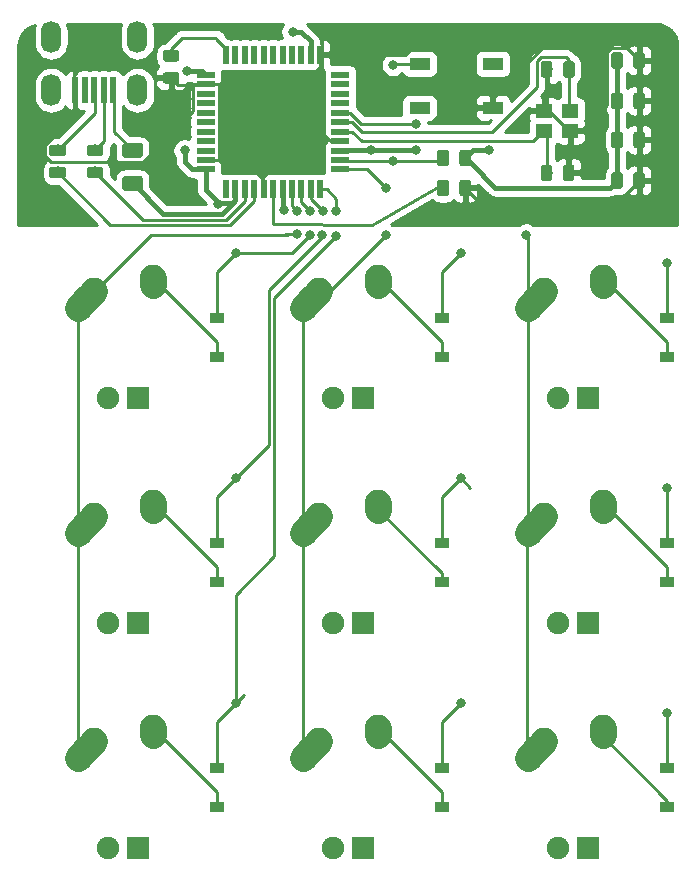
<source format=gtl>
G04 #@! TF.GenerationSoftware,KiCad,Pcbnew,(5.1.2)-2*
G04 #@! TF.CreationDate,2019-08-06T13:22:13-07:00*
G04 #@! TF.ProjectId,first-keyboard,66697273-742d-46b6-9579-626f6172642e,rev?*
G04 #@! TF.SameCoordinates,Original*
G04 #@! TF.FileFunction,Copper,L1,Top*
G04 #@! TF.FilePolarity,Positive*
%FSLAX46Y46*%
G04 Gerber Fmt 4.6, Leading zero omitted, Abs format (unit mm)*
G04 Created by KiCad (PCBNEW (5.1.2)-2) date 2019-08-06 13:22:13*
%MOMM*%
%LPD*%
G04 APERTURE LIST*
%ADD10R,0.500000X2.250000*%
%ADD11O,1.700000X2.700000*%
%ADD12R,1.400000X1.200000*%
%ADD13R,1.500000X0.550000*%
%ADD14R,0.550000X1.500000*%
%ADD15R,1.800000X1.100000*%
%ADD16C,0.100000*%
%ADD17C,0.975000*%
%ADD18R,1.905000X1.905000*%
%ADD19C,1.905000*%
%ADD20C,2.250000*%
%ADD21C,2.250000*%
%ADD22C,1.250000*%
%ADD23R,1.200000X0.900000*%
%ADD24C,0.800000*%
%ADD25C,0.254000*%
%ADD26C,0.381000*%
G04 APERTURE END LIST*
D10*
X77648000Y-62412000D03*
X78448000Y-62412000D03*
X79248000Y-62412000D03*
X80048000Y-62412000D03*
X80848000Y-62412000D03*
D11*
X82898000Y-62412000D03*
X75598000Y-62412000D03*
X75598000Y-57912000D03*
X82898000Y-57912000D03*
D12*
X119534750Y-65862750D03*
X117334750Y-65862750D03*
X117334750Y-64162750D03*
X119534750Y-64162750D03*
D13*
X88692750Y-69119250D03*
X88692750Y-68319250D03*
X88692750Y-67519250D03*
X88692750Y-66719250D03*
X88692750Y-65919250D03*
X88692750Y-65119250D03*
X88692750Y-64319250D03*
X88692750Y-63519250D03*
X88692750Y-62719250D03*
X88692750Y-61919250D03*
X88692750Y-61119250D03*
D14*
X90392750Y-59419250D03*
X91192750Y-59419250D03*
X91992750Y-59419250D03*
X92792750Y-59419250D03*
X93592750Y-59419250D03*
X94392750Y-59419250D03*
X95192750Y-59419250D03*
X95992750Y-59419250D03*
X96792750Y-59419250D03*
X97592750Y-59419250D03*
X98392750Y-59419250D03*
D13*
X100092750Y-61119250D03*
X100092750Y-61919250D03*
X100092750Y-62719250D03*
X100092750Y-63519250D03*
X100092750Y-64319250D03*
X100092750Y-65119250D03*
X100092750Y-65919250D03*
X100092750Y-66719250D03*
X100092750Y-67519250D03*
X100092750Y-68319250D03*
X100092750Y-69119250D03*
D14*
X98392750Y-70819250D03*
X97592750Y-70819250D03*
X96792750Y-70819250D03*
X95992750Y-70819250D03*
X95192750Y-70819250D03*
X94392750Y-70819250D03*
X93592750Y-70819250D03*
X92792750Y-70819250D03*
X91992750Y-70819250D03*
X91192750Y-70819250D03*
X90392750Y-70819250D03*
D15*
X106786750Y-63889500D03*
X112986750Y-60189500D03*
X106786750Y-60189500D03*
X112986750Y-63889500D03*
D16*
G36*
X86236892Y-59013174D02*
G01*
X86260553Y-59016684D01*
X86283757Y-59022496D01*
X86306279Y-59030554D01*
X86327903Y-59040782D01*
X86348420Y-59053079D01*
X86367633Y-59067329D01*
X86385357Y-59083393D01*
X86401421Y-59101117D01*
X86415671Y-59120330D01*
X86427968Y-59140847D01*
X86438196Y-59162471D01*
X86446254Y-59184993D01*
X86452066Y-59208197D01*
X86455576Y-59231858D01*
X86456750Y-59255750D01*
X86456750Y-59743250D01*
X86455576Y-59767142D01*
X86452066Y-59790803D01*
X86446254Y-59814007D01*
X86438196Y-59836529D01*
X86427968Y-59858153D01*
X86415671Y-59878670D01*
X86401421Y-59897883D01*
X86385357Y-59915607D01*
X86367633Y-59931671D01*
X86348420Y-59945921D01*
X86327903Y-59958218D01*
X86306279Y-59968446D01*
X86283757Y-59976504D01*
X86260553Y-59982316D01*
X86236892Y-59985826D01*
X86213000Y-59987000D01*
X85300500Y-59987000D01*
X85276608Y-59985826D01*
X85252947Y-59982316D01*
X85229743Y-59976504D01*
X85207221Y-59968446D01*
X85185597Y-59958218D01*
X85165080Y-59945921D01*
X85145867Y-59931671D01*
X85128143Y-59915607D01*
X85112079Y-59897883D01*
X85097829Y-59878670D01*
X85085532Y-59858153D01*
X85075304Y-59836529D01*
X85067246Y-59814007D01*
X85061434Y-59790803D01*
X85057924Y-59767142D01*
X85056750Y-59743250D01*
X85056750Y-59255750D01*
X85057924Y-59231858D01*
X85061434Y-59208197D01*
X85067246Y-59184993D01*
X85075304Y-59162471D01*
X85085532Y-59140847D01*
X85097829Y-59120330D01*
X85112079Y-59101117D01*
X85128143Y-59083393D01*
X85145867Y-59067329D01*
X85165080Y-59053079D01*
X85185597Y-59040782D01*
X85207221Y-59030554D01*
X85229743Y-59022496D01*
X85252947Y-59016684D01*
X85276608Y-59013174D01*
X85300500Y-59012000D01*
X86213000Y-59012000D01*
X86236892Y-59013174D01*
X86236892Y-59013174D01*
G37*
D17*
X85756750Y-59499500D03*
D16*
G36*
X86236892Y-60888174D02*
G01*
X86260553Y-60891684D01*
X86283757Y-60897496D01*
X86306279Y-60905554D01*
X86327903Y-60915782D01*
X86348420Y-60928079D01*
X86367633Y-60942329D01*
X86385357Y-60958393D01*
X86401421Y-60976117D01*
X86415671Y-60995330D01*
X86427968Y-61015847D01*
X86438196Y-61037471D01*
X86446254Y-61059993D01*
X86452066Y-61083197D01*
X86455576Y-61106858D01*
X86456750Y-61130750D01*
X86456750Y-61618250D01*
X86455576Y-61642142D01*
X86452066Y-61665803D01*
X86446254Y-61689007D01*
X86438196Y-61711529D01*
X86427968Y-61733153D01*
X86415671Y-61753670D01*
X86401421Y-61772883D01*
X86385357Y-61790607D01*
X86367633Y-61806671D01*
X86348420Y-61820921D01*
X86327903Y-61833218D01*
X86306279Y-61843446D01*
X86283757Y-61851504D01*
X86260553Y-61857316D01*
X86236892Y-61860826D01*
X86213000Y-61862000D01*
X85300500Y-61862000D01*
X85276608Y-61860826D01*
X85252947Y-61857316D01*
X85229743Y-61851504D01*
X85207221Y-61843446D01*
X85185597Y-61833218D01*
X85165080Y-61820921D01*
X85145867Y-61806671D01*
X85128143Y-61790607D01*
X85112079Y-61772883D01*
X85097829Y-61753670D01*
X85085532Y-61733153D01*
X85075304Y-61711529D01*
X85067246Y-61689007D01*
X85061434Y-61665803D01*
X85057924Y-61642142D01*
X85056750Y-61618250D01*
X85056750Y-61130750D01*
X85057924Y-61106858D01*
X85061434Y-61083197D01*
X85067246Y-61059993D01*
X85075304Y-61037471D01*
X85085532Y-61015847D01*
X85097829Y-60995330D01*
X85112079Y-60976117D01*
X85128143Y-60958393D01*
X85145867Y-60942329D01*
X85165080Y-60928079D01*
X85185597Y-60915782D01*
X85207221Y-60905554D01*
X85229743Y-60897496D01*
X85252947Y-60891684D01*
X85276608Y-60888174D01*
X85300500Y-60887000D01*
X86213000Y-60887000D01*
X86236892Y-60888174D01*
X86236892Y-60888174D01*
G37*
D17*
X85756750Y-61374500D03*
D16*
G36*
X109041392Y-67436674D02*
G01*
X109065053Y-67440184D01*
X109088257Y-67445996D01*
X109110779Y-67454054D01*
X109132403Y-67464282D01*
X109152920Y-67476579D01*
X109172133Y-67490829D01*
X109189857Y-67506893D01*
X109205921Y-67524617D01*
X109220171Y-67543830D01*
X109232468Y-67564347D01*
X109242696Y-67585971D01*
X109250754Y-67608493D01*
X109256566Y-67631697D01*
X109260076Y-67655358D01*
X109261250Y-67679250D01*
X109261250Y-68591750D01*
X109260076Y-68615642D01*
X109256566Y-68639303D01*
X109250754Y-68662507D01*
X109242696Y-68685029D01*
X109232468Y-68706653D01*
X109220171Y-68727170D01*
X109205921Y-68746383D01*
X109189857Y-68764107D01*
X109172133Y-68780171D01*
X109152920Y-68794421D01*
X109132403Y-68806718D01*
X109110779Y-68816946D01*
X109088257Y-68825004D01*
X109065053Y-68830816D01*
X109041392Y-68834326D01*
X109017500Y-68835500D01*
X108530000Y-68835500D01*
X108506108Y-68834326D01*
X108482447Y-68830816D01*
X108459243Y-68825004D01*
X108436721Y-68816946D01*
X108415097Y-68806718D01*
X108394580Y-68794421D01*
X108375367Y-68780171D01*
X108357643Y-68764107D01*
X108341579Y-68746383D01*
X108327329Y-68727170D01*
X108315032Y-68706653D01*
X108304804Y-68685029D01*
X108296746Y-68662507D01*
X108290934Y-68639303D01*
X108287424Y-68615642D01*
X108286250Y-68591750D01*
X108286250Y-67679250D01*
X108287424Y-67655358D01*
X108290934Y-67631697D01*
X108296746Y-67608493D01*
X108304804Y-67585971D01*
X108315032Y-67564347D01*
X108327329Y-67543830D01*
X108341579Y-67524617D01*
X108357643Y-67506893D01*
X108375367Y-67490829D01*
X108394580Y-67476579D01*
X108415097Y-67464282D01*
X108436721Y-67454054D01*
X108459243Y-67445996D01*
X108482447Y-67440184D01*
X108506108Y-67436674D01*
X108530000Y-67435500D01*
X109017500Y-67435500D01*
X109041392Y-67436674D01*
X109041392Y-67436674D01*
G37*
D17*
X108773750Y-68135500D03*
D16*
G36*
X110916392Y-67436674D02*
G01*
X110940053Y-67440184D01*
X110963257Y-67445996D01*
X110985779Y-67454054D01*
X111007403Y-67464282D01*
X111027920Y-67476579D01*
X111047133Y-67490829D01*
X111064857Y-67506893D01*
X111080921Y-67524617D01*
X111095171Y-67543830D01*
X111107468Y-67564347D01*
X111117696Y-67585971D01*
X111125754Y-67608493D01*
X111131566Y-67631697D01*
X111135076Y-67655358D01*
X111136250Y-67679250D01*
X111136250Y-68591750D01*
X111135076Y-68615642D01*
X111131566Y-68639303D01*
X111125754Y-68662507D01*
X111117696Y-68685029D01*
X111107468Y-68706653D01*
X111095171Y-68727170D01*
X111080921Y-68746383D01*
X111064857Y-68764107D01*
X111047133Y-68780171D01*
X111027920Y-68794421D01*
X111007403Y-68806718D01*
X110985779Y-68816946D01*
X110963257Y-68825004D01*
X110940053Y-68830816D01*
X110916392Y-68834326D01*
X110892500Y-68835500D01*
X110405000Y-68835500D01*
X110381108Y-68834326D01*
X110357447Y-68830816D01*
X110334243Y-68825004D01*
X110311721Y-68816946D01*
X110290097Y-68806718D01*
X110269580Y-68794421D01*
X110250367Y-68780171D01*
X110232643Y-68764107D01*
X110216579Y-68746383D01*
X110202329Y-68727170D01*
X110190032Y-68706653D01*
X110179804Y-68685029D01*
X110171746Y-68662507D01*
X110165934Y-68639303D01*
X110162424Y-68615642D01*
X110161250Y-68591750D01*
X110161250Y-67679250D01*
X110162424Y-67655358D01*
X110165934Y-67631697D01*
X110171746Y-67608493D01*
X110179804Y-67585971D01*
X110190032Y-67564347D01*
X110202329Y-67543830D01*
X110216579Y-67524617D01*
X110232643Y-67506893D01*
X110250367Y-67490829D01*
X110269580Y-67476579D01*
X110290097Y-67464282D01*
X110311721Y-67454054D01*
X110334243Y-67445996D01*
X110357447Y-67440184D01*
X110381108Y-67436674D01*
X110405000Y-67435500D01*
X110892500Y-67435500D01*
X110916392Y-67436674D01*
X110916392Y-67436674D01*
G37*
D17*
X110648750Y-68135500D03*
D16*
G36*
X79791642Y-68889174D02*
G01*
X79815303Y-68892684D01*
X79838507Y-68898496D01*
X79861029Y-68906554D01*
X79882653Y-68916782D01*
X79903170Y-68929079D01*
X79922383Y-68943329D01*
X79940107Y-68959393D01*
X79956171Y-68977117D01*
X79970421Y-68996330D01*
X79982718Y-69016847D01*
X79992946Y-69038471D01*
X80001004Y-69060993D01*
X80006816Y-69084197D01*
X80010326Y-69107858D01*
X80011500Y-69131750D01*
X80011500Y-69619250D01*
X80010326Y-69643142D01*
X80006816Y-69666803D01*
X80001004Y-69690007D01*
X79992946Y-69712529D01*
X79982718Y-69734153D01*
X79970421Y-69754670D01*
X79956171Y-69773883D01*
X79940107Y-69791607D01*
X79922383Y-69807671D01*
X79903170Y-69821921D01*
X79882653Y-69834218D01*
X79861029Y-69844446D01*
X79838507Y-69852504D01*
X79815303Y-69858316D01*
X79791642Y-69861826D01*
X79767750Y-69863000D01*
X78855250Y-69863000D01*
X78831358Y-69861826D01*
X78807697Y-69858316D01*
X78784493Y-69852504D01*
X78761971Y-69844446D01*
X78740347Y-69834218D01*
X78719830Y-69821921D01*
X78700617Y-69807671D01*
X78682893Y-69791607D01*
X78666829Y-69773883D01*
X78652579Y-69754670D01*
X78640282Y-69734153D01*
X78630054Y-69712529D01*
X78621996Y-69690007D01*
X78616184Y-69666803D01*
X78612674Y-69643142D01*
X78611500Y-69619250D01*
X78611500Y-69131750D01*
X78612674Y-69107858D01*
X78616184Y-69084197D01*
X78621996Y-69060993D01*
X78630054Y-69038471D01*
X78640282Y-69016847D01*
X78652579Y-68996330D01*
X78666829Y-68977117D01*
X78682893Y-68959393D01*
X78700617Y-68943329D01*
X78719830Y-68929079D01*
X78740347Y-68916782D01*
X78761971Y-68906554D01*
X78784493Y-68898496D01*
X78807697Y-68892684D01*
X78831358Y-68889174D01*
X78855250Y-68888000D01*
X79767750Y-68888000D01*
X79791642Y-68889174D01*
X79791642Y-68889174D01*
G37*
D17*
X79311500Y-69375500D03*
D16*
G36*
X79791642Y-67014174D02*
G01*
X79815303Y-67017684D01*
X79838507Y-67023496D01*
X79861029Y-67031554D01*
X79882653Y-67041782D01*
X79903170Y-67054079D01*
X79922383Y-67068329D01*
X79940107Y-67084393D01*
X79956171Y-67102117D01*
X79970421Y-67121330D01*
X79982718Y-67141847D01*
X79992946Y-67163471D01*
X80001004Y-67185993D01*
X80006816Y-67209197D01*
X80010326Y-67232858D01*
X80011500Y-67256750D01*
X80011500Y-67744250D01*
X80010326Y-67768142D01*
X80006816Y-67791803D01*
X80001004Y-67815007D01*
X79992946Y-67837529D01*
X79982718Y-67859153D01*
X79970421Y-67879670D01*
X79956171Y-67898883D01*
X79940107Y-67916607D01*
X79922383Y-67932671D01*
X79903170Y-67946921D01*
X79882653Y-67959218D01*
X79861029Y-67969446D01*
X79838507Y-67977504D01*
X79815303Y-67983316D01*
X79791642Y-67986826D01*
X79767750Y-67988000D01*
X78855250Y-67988000D01*
X78831358Y-67986826D01*
X78807697Y-67983316D01*
X78784493Y-67977504D01*
X78761971Y-67969446D01*
X78740347Y-67959218D01*
X78719830Y-67946921D01*
X78700617Y-67932671D01*
X78682893Y-67916607D01*
X78666829Y-67898883D01*
X78652579Y-67879670D01*
X78640282Y-67859153D01*
X78630054Y-67837529D01*
X78621996Y-67815007D01*
X78616184Y-67791803D01*
X78612674Y-67768142D01*
X78611500Y-67744250D01*
X78611500Y-67256750D01*
X78612674Y-67232858D01*
X78616184Y-67209197D01*
X78621996Y-67185993D01*
X78630054Y-67163471D01*
X78640282Y-67141847D01*
X78652579Y-67121330D01*
X78666829Y-67102117D01*
X78682893Y-67084393D01*
X78700617Y-67068329D01*
X78719830Y-67054079D01*
X78740347Y-67041782D01*
X78761971Y-67031554D01*
X78784493Y-67023496D01*
X78807697Y-67017684D01*
X78831358Y-67014174D01*
X78855250Y-67013000D01*
X79767750Y-67013000D01*
X79791642Y-67014174D01*
X79791642Y-67014174D01*
G37*
D17*
X79311500Y-67500500D03*
D16*
G36*
X76616642Y-68889174D02*
G01*
X76640303Y-68892684D01*
X76663507Y-68898496D01*
X76686029Y-68906554D01*
X76707653Y-68916782D01*
X76728170Y-68929079D01*
X76747383Y-68943329D01*
X76765107Y-68959393D01*
X76781171Y-68977117D01*
X76795421Y-68996330D01*
X76807718Y-69016847D01*
X76817946Y-69038471D01*
X76826004Y-69060993D01*
X76831816Y-69084197D01*
X76835326Y-69107858D01*
X76836500Y-69131750D01*
X76836500Y-69619250D01*
X76835326Y-69643142D01*
X76831816Y-69666803D01*
X76826004Y-69690007D01*
X76817946Y-69712529D01*
X76807718Y-69734153D01*
X76795421Y-69754670D01*
X76781171Y-69773883D01*
X76765107Y-69791607D01*
X76747383Y-69807671D01*
X76728170Y-69821921D01*
X76707653Y-69834218D01*
X76686029Y-69844446D01*
X76663507Y-69852504D01*
X76640303Y-69858316D01*
X76616642Y-69861826D01*
X76592750Y-69863000D01*
X75680250Y-69863000D01*
X75656358Y-69861826D01*
X75632697Y-69858316D01*
X75609493Y-69852504D01*
X75586971Y-69844446D01*
X75565347Y-69834218D01*
X75544830Y-69821921D01*
X75525617Y-69807671D01*
X75507893Y-69791607D01*
X75491829Y-69773883D01*
X75477579Y-69754670D01*
X75465282Y-69734153D01*
X75455054Y-69712529D01*
X75446996Y-69690007D01*
X75441184Y-69666803D01*
X75437674Y-69643142D01*
X75436500Y-69619250D01*
X75436500Y-69131750D01*
X75437674Y-69107858D01*
X75441184Y-69084197D01*
X75446996Y-69060993D01*
X75455054Y-69038471D01*
X75465282Y-69016847D01*
X75477579Y-68996330D01*
X75491829Y-68977117D01*
X75507893Y-68959393D01*
X75525617Y-68943329D01*
X75544830Y-68929079D01*
X75565347Y-68916782D01*
X75586971Y-68906554D01*
X75609493Y-68898496D01*
X75632697Y-68892684D01*
X75656358Y-68889174D01*
X75680250Y-68888000D01*
X76592750Y-68888000D01*
X76616642Y-68889174D01*
X76616642Y-68889174D01*
G37*
D17*
X76136500Y-69375500D03*
D16*
G36*
X76616642Y-67014174D02*
G01*
X76640303Y-67017684D01*
X76663507Y-67023496D01*
X76686029Y-67031554D01*
X76707653Y-67041782D01*
X76728170Y-67054079D01*
X76747383Y-67068329D01*
X76765107Y-67084393D01*
X76781171Y-67102117D01*
X76795421Y-67121330D01*
X76807718Y-67141847D01*
X76817946Y-67163471D01*
X76826004Y-67185993D01*
X76831816Y-67209197D01*
X76835326Y-67232858D01*
X76836500Y-67256750D01*
X76836500Y-67744250D01*
X76835326Y-67768142D01*
X76831816Y-67791803D01*
X76826004Y-67815007D01*
X76817946Y-67837529D01*
X76807718Y-67859153D01*
X76795421Y-67879670D01*
X76781171Y-67898883D01*
X76765107Y-67916607D01*
X76747383Y-67932671D01*
X76728170Y-67946921D01*
X76707653Y-67959218D01*
X76686029Y-67969446D01*
X76663507Y-67977504D01*
X76640303Y-67983316D01*
X76616642Y-67986826D01*
X76592750Y-67988000D01*
X75680250Y-67988000D01*
X75656358Y-67986826D01*
X75632697Y-67983316D01*
X75609493Y-67977504D01*
X75586971Y-67969446D01*
X75565347Y-67959218D01*
X75544830Y-67946921D01*
X75525617Y-67932671D01*
X75507893Y-67916607D01*
X75491829Y-67898883D01*
X75477579Y-67879670D01*
X75465282Y-67859153D01*
X75455054Y-67837529D01*
X75446996Y-67815007D01*
X75441184Y-67791803D01*
X75437674Y-67768142D01*
X75436500Y-67744250D01*
X75436500Y-67256750D01*
X75437674Y-67232858D01*
X75441184Y-67209197D01*
X75446996Y-67185993D01*
X75455054Y-67163471D01*
X75465282Y-67141847D01*
X75477579Y-67121330D01*
X75491829Y-67102117D01*
X75507893Y-67084393D01*
X75525617Y-67068329D01*
X75544830Y-67054079D01*
X75565347Y-67041782D01*
X75586971Y-67031554D01*
X75609493Y-67023496D01*
X75632697Y-67017684D01*
X75656358Y-67014174D01*
X75680250Y-67013000D01*
X76592750Y-67013000D01*
X76616642Y-67014174D01*
X76616642Y-67014174D01*
G37*
D17*
X76136500Y-67500500D03*
D18*
X121062750Y-126555500D03*
D19*
X118522750Y-126555500D03*
D20*
X117292750Y-117475500D03*
X116637751Y-118205500D03*
D21*
X115982750Y-118935500D02*
X117292752Y-117475500D01*
D20*
X122332750Y-116395500D03*
X122312750Y-116685500D03*
D21*
X122292750Y-116975500D02*
X122332750Y-116395500D01*
D18*
X102012750Y-126555500D03*
D19*
X99472750Y-126555500D03*
D20*
X98242750Y-117475500D03*
X97587751Y-118205500D03*
D21*
X96932750Y-118935500D02*
X98242752Y-117475500D01*
D20*
X103282750Y-116395500D03*
X103262750Y-116685500D03*
D21*
X103242750Y-116975500D02*
X103282750Y-116395500D01*
D18*
X82962750Y-126555500D03*
D19*
X80422750Y-126555500D03*
D20*
X79192750Y-117475500D03*
X78537751Y-118205500D03*
D21*
X77882750Y-118935500D02*
X79192752Y-117475500D01*
D20*
X84232750Y-116395500D03*
X84212750Y-116685500D03*
D21*
X84192750Y-116975500D02*
X84232750Y-116395500D01*
D18*
X121062750Y-107505500D03*
D19*
X118522750Y-107505500D03*
D20*
X117292750Y-98425500D03*
X116637751Y-99155500D03*
D21*
X115982750Y-99885500D02*
X117292752Y-98425500D01*
D20*
X122332750Y-97345500D03*
X122312750Y-97635500D03*
D21*
X122292750Y-97925500D02*
X122332750Y-97345500D01*
D18*
X102012750Y-107505500D03*
D19*
X99472750Y-107505500D03*
D20*
X98242750Y-98425500D03*
X97587751Y-99155500D03*
D21*
X96932750Y-99885500D02*
X98242752Y-98425500D01*
D20*
X103282750Y-97345500D03*
X103262750Y-97635500D03*
D21*
X103242750Y-97925500D02*
X103282750Y-97345500D01*
D18*
X82962750Y-107505500D03*
D19*
X80422750Y-107505500D03*
D20*
X79192750Y-98425500D03*
X78537751Y-99155500D03*
D21*
X77882750Y-99885500D02*
X79192752Y-98425500D01*
D20*
X84232750Y-97345500D03*
X84212750Y-97635500D03*
D21*
X84192750Y-97925500D02*
X84232750Y-97345500D01*
D18*
X121062750Y-88455500D03*
D19*
X118522750Y-88455500D03*
D20*
X117292750Y-79375500D03*
X116637751Y-80105500D03*
D21*
X115982750Y-80835500D02*
X117292752Y-79375500D01*
D20*
X122332750Y-78295500D03*
X122312750Y-78585500D03*
D21*
X122292750Y-78875500D02*
X122332750Y-78295500D01*
D18*
X102012750Y-88455500D03*
D19*
X99472750Y-88455500D03*
D20*
X98242750Y-79375500D03*
X97587751Y-80105500D03*
D21*
X96932750Y-80835500D02*
X98242752Y-79375500D01*
D20*
X103282750Y-78295500D03*
X103262750Y-78585500D03*
D21*
X103242750Y-78875500D02*
X103282750Y-78295500D01*
D18*
X82962750Y-88455500D03*
D19*
X80422750Y-88455500D03*
D20*
X79192750Y-79375500D03*
X78537751Y-80105500D03*
D21*
X77882750Y-80835500D02*
X79192752Y-79375500D01*
D20*
X84232750Y-78295500D03*
X84212750Y-78585500D03*
D21*
X84192750Y-78875500D02*
X84232750Y-78295500D01*
D16*
G36*
X83136004Y-69676704D02*
G01*
X83160273Y-69680304D01*
X83184071Y-69686265D01*
X83207171Y-69694530D01*
X83229349Y-69705020D01*
X83250393Y-69717633D01*
X83270098Y-69732247D01*
X83288277Y-69748723D01*
X83304753Y-69766902D01*
X83319367Y-69786607D01*
X83331980Y-69807651D01*
X83342470Y-69829829D01*
X83350735Y-69852929D01*
X83356696Y-69876727D01*
X83360296Y-69900996D01*
X83361500Y-69925500D01*
X83361500Y-70675500D01*
X83360296Y-70700004D01*
X83356696Y-70724273D01*
X83350735Y-70748071D01*
X83342470Y-70771171D01*
X83331980Y-70793349D01*
X83319367Y-70814393D01*
X83304753Y-70834098D01*
X83288277Y-70852277D01*
X83270098Y-70868753D01*
X83250393Y-70883367D01*
X83229349Y-70895980D01*
X83207171Y-70906470D01*
X83184071Y-70914735D01*
X83160273Y-70920696D01*
X83136004Y-70924296D01*
X83111500Y-70925500D01*
X81861500Y-70925500D01*
X81836996Y-70924296D01*
X81812727Y-70920696D01*
X81788929Y-70914735D01*
X81765829Y-70906470D01*
X81743651Y-70895980D01*
X81722607Y-70883367D01*
X81702902Y-70868753D01*
X81684723Y-70852277D01*
X81668247Y-70834098D01*
X81653633Y-70814393D01*
X81641020Y-70793349D01*
X81630530Y-70771171D01*
X81622265Y-70748071D01*
X81616304Y-70724273D01*
X81612704Y-70700004D01*
X81611500Y-70675500D01*
X81611500Y-69925500D01*
X81612704Y-69900996D01*
X81616304Y-69876727D01*
X81622265Y-69852929D01*
X81630530Y-69829829D01*
X81641020Y-69807651D01*
X81653633Y-69786607D01*
X81668247Y-69766902D01*
X81684723Y-69748723D01*
X81702902Y-69732247D01*
X81722607Y-69717633D01*
X81743651Y-69705020D01*
X81765829Y-69694530D01*
X81788929Y-69686265D01*
X81812727Y-69680304D01*
X81836996Y-69676704D01*
X81861500Y-69675500D01*
X83111500Y-69675500D01*
X83136004Y-69676704D01*
X83136004Y-69676704D01*
G37*
D22*
X82486500Y-70300500D03*
D16*
G36*
X83136004Y-66876704D02*
G01*
X83160273Y-66880304D01*
X83184071Y-66886265D01*
X83207171Y-66894530D01*
X83229349Y-66905020D01*
X83250393Y-66917633D01*
X83270098Y-66932247D01*
X83288277Y-66948723D01*
X83304753Y-66966902D01*
X83319367Y-66986607D01*
X83331980Y-67007651D01*
X83342470Y-67029829D01*
X83350735Y-67052929D01*
X83356696Y-67076727D01*
X83360296Y-67100996D01*
X83361500Y-67125500D01*
X83361500Y-67875500D01*
X83360296Y-67900004D01*
X83356696Y-67924273D01*
X83350735Y-67948071D01*
X83342470Y-67971171D01*
X83331980Y-67993349D01*
X83319367Y-68014393D01*
X83304753Y-68034098D01*
X83288277Y-68052277D01*
X83270098Y-68068753D01*
X83250393Y-68083367D01*
X83229349Y-68095980D01*
X83207171Y-68106470D01*
X83184071Y-68114735D01*
X83160273Y-68120696D01*
X83136004Y-68124296D01*
X83111500Y-68125500D01*
X81861500Y-68125500D01*
X81836996Y-68124296D01*
X81812727Y-68120696D01*
X81788929Y-68114735D01*
X81765829Y-68106470D01*
X81743651Y-68095980D01*
X81722607Y-68083367D01*
X81702902Y-68068753D01*
X81684723Y-68052277D01*
X81668247Y-68034098D01*
X81653633Y-68014393D01*
X81641020Y-67993349D01*
X81630530Y-67971171D01*
X81622265Y-67948071D01*
X81616304Y-67924273D01*
X81612704Y-67900004D01*
X81611500Y-67875500D01*
X81611500Y-67125500D01*
X81612704Y-67100996D01*
X81616304Y-67076727D01*
X81622265Y-67052929D01*
X81630530Y-67029829D01*
X81641020Y-67007651D01*
X81653633Y-66986607D01*
X81668247Y-66966902D01*
X81684723Y-66948723D01*
X81702902Y-66932247D01*
X81722607Y-66917633D01*
X81743651Y-66905020D01*
X81765829Y-66894530D01*
X81788929Y-66886265D01*
X81812727Y-66880304D01*
X81836996Y-66876704D01*
X81861500Y-66875500D01*
X83111500Y-66875500D01*
X83136004Y-66876704D01*
X83136004Y-66876704D01*
G37*
D22*
X82486500Y-67500500D03*
D23*
X127730250Y-123063000D03*
X127730250Y-119763000D03*
X127730250Y-104013000D03*
X127730250Y-100713000D03*
X127730250Y-84963000D03*
X127730250Y-81663000D03*
X108680250Y-123063000D03*
X108680250Y-119763000D03*
X89630250Y-123063000D03*
X89630250Y-119763000D03*
X108680250Y-104013000D03*
X108680250Y-100713000D03*
X108680250Y-84963000D03*
X108680250Y-81663000D03*
X89630250Y-104013000D03*
X89630250Y-100713000D03*
X89630250Y-84963000D03*
X89630250Y-81663000D03*
D16*
G36*
X125648392Y-69341674D02*
G01*
X125672053Y-69345184D01*
X125695257Y-69350996D01*
X125717779Y-69359054D01*
X125739403Y-69369282D01*
X125759920Y-69381579D01*
X125779133Y-69395829D01*
X125796857Y-69411893D01*
X125812921Y-69429617D01*
X125827171Y-69448830D01*
X125839468Y-69469347D01*
X125849696Y-69490971D01*
X125857754Y-69513493D01*
X125863566Y-69536697D01*
X125867076Y-69560358D01*
X125868250Y-69584250D01*
X125868250Y-70496750D01*
X125867076Y-70520642D01*
X125863566Y-70544303D01*
X125857754Y-70567507D01*
X125849696Y-70590029D01*
X125839468Y-70611653D01*
X125827171Y-70632170D01*
X125812921Y-70651383D01*
X125796857Y-70669107D01*
X125779133Y-70685171D01*
X125759920Y-70699421D01*
X125739403Y-70711718D01*
X125717779Y-70721946D01*
X125695257Y-70730004D01*
X125672053Y-70735816D01*
X125648392Y-70739326D01*
X125624500Y-70740500D01*
X125137000Y-70740500D01*
X125113108Y-70739326D01*
X125089447Y-70735816D01*
X125066243Y-70730004D01*
X125043721Y-70721946D01*
X125022097Y-70711718D01*
X125001580Y-70699421D01*
X124982367Y-70685171D01*
X124964643Y-70669107D01*
X124948579Y-70651383D01*
X124934329Y-70632170D01*
X124922032Y-70611653D01*
X124911804Y-70590029D01*
X124903746Y-70567507D01*
X124897934Y-70544303D01*
X124894424Y-70520642D01*
X124893250Y-70496750D01*
X124893250Y-69584250D01*
X124894424Y-69560358D01*
X124897934Y-69536697D01*
X124903746Y-69513493D01*
X124911804Y-69490971D01*
X124922032Y-69469347D01*
X124934329Y-69448830D01*
X124948579Y-69429617D01*
X124964643Y-69411893D01*
X124982367Y-69395829D01*
X125001580Y-69381579D01*
X125022097Y-69369282D01*
X125043721Y-69359054D01*
X125066243Y-69350996D01*
X125089447Y-69345184D01*
X125113108Y-69341674D01*
X125137000Y-69340500D01*
X125624500Y-69340500D01*
X125648392Y-69341674D01*
X125648392Y-69341674D01*
G37*
D17*
X125380750Y-70040500D03*
D16*
G36*
X123773392Y-69341674D02*
G01*
X123797053Y-69345184D01*
X123820257Y-69350996D01*
X123842779Y-69359054D01*
X123864403Y-69369282D01*
X123884920Y-69381579D01*
X123904133Y-69395829D01*
X123921857Y-69411893D01*
X123937921Y-69429617D01*
X123952171Y-69448830D01*
X123964468Y-69469347D01*
X123974696Y-69490971D01*
X123982754Y-69513493D01*
X123988566Y-69536697D01*
X123992076Y-69560358D01*
X123993250Y-69584250D01*
X123993250Y-70496750D01*
X123992076Y-70520642D01*
X123988566Y-70544303D01*
X123982754Y-70567507D01*
X123974696Y-70590029D01*
X123964468Y-70611653D01*
X123952171Y-70632170D01*
X123937921Y-70651383D01*
X123921857Y-70669107D01*
X123904133Y-70685171D01*
X123884920Y-70699421D01*
X123864403Y-70711718D01*
X123842779Y-70721946D01*
X123820257Y-70730004D01*
X123797053Y-70735816D01*
X123773392Y-70739326D01*
X123749500Y-70740500D01*
X123262000Y-70740500D01*
X123238108Y-70739326D01*
X123214447Y-70735816D01*
X123191243Y-70730004D01*
X123168721Y-70721946D01*
X123147097Y-70711718D01*
X123126580Y-70699421D01*
X123107367Y-70685171D01*
X123089643Y-70669107D01*
X123073579Y-70651383D01*
X123059329Y-70632170D01*
X123047032Y-70611653D01*
X123036804Y-70590029D01*
X123028746Y-70567507D01*
X123022934Y-70544303D01*
X123019424Y-70520642D01*
X123018250Y-70496750D01*
X123018250Y-69584250D01*
X123019424Y-69560358D01*
X123022934Y-69536697D01*
X123028746Y-69513493D01*
X123036804Y-69490971D01*
X123047032Y-69469347D01*
X123059329Y-69448830D01*
X123073579Y-69429617D01*
X123089643Y-69411893D01*
X123107367Y-69395829D01*
X123126580Y-69381579D01*
X123147097Y-69369282D01*
X123168721Y-69359054D01*
X123191243Y-69350996D01*
X123214447Y-69345184D01*
X123238108Y-69341674D01*
X123262000Y-69340500D01*
X123749500Y-69340500D01*
X123773392Y-69341674D01*
X123773392Y-69341674D01*
G37*
D17*
X123505750Y-70040500D03*
D16*
G36*
X109041392Y-69976674D02*
G01*
X109065053Y-69980184D01*
X109088257Y-69985996D01*
X109110779Y-69994054D01*
X109132403Y-70004282D01*
X109152920Y-70016579D01*
X109172133Y-70030829D01*
X109189857Y-70046893D01*
X109205921Y-70064617D01*
X109220171Y-70083830D01*
X109232468Y-70104347D01*
X109242696Y-70125971D01*
X109250754Y-70148493D01*
X109256566Y-70171697D01*
X109260076Y-70195358D01*
X109261250Y-70219250D01*
X109261250Y-71131750D01*
X109260076Y-71155642D01*
X109256566Y-71179303D01*
X109250754Y-71202507D01*
X109242696Y-71225029D01*
X109232468Y-71246653D01*
X109220171Y-71267170D01*
X109205921Y-71286383D01*
X109189857Y-71304107D01*
X109172133Y-71320171D01*
X109152920Y-71334421D01*
X109132403Y-71346718D01*
X109110779Y-71356946D01*
X109088257Y-71365004D01*
X109065053Y-71370816D01*
X109041392Y-71374326D01*
X109017500Y-71375500D01*
X108530000Y-71375500D01*
X108506108Y-71374326D01*
X108482447Y-71370816D01*
X108459243Y-71365004D01*
X108436721Y-71356946D01*
X108415097Y-71346718D01*
X108394580Y-71334421D01*
X108375367Y-71320171D01*
X108357643Y-71304107D01*
X108341579Y-71286383D01*
X108327329Y-71267170D01*
X108315032Y-71246653D01*
X108304804Y-71225029D01*
X108296746Y-71202507D01*
X108290934Y-71179303D01*
X108287424Y-71155642D01*
X108286250Y-71131750D01*
X108286250Y-70219250D01*
X108287424Y-70195358D01*
X108290934Y-70171697D01*
X108296746Y-70148493D01*
X108304804Y-70125971D01*
X108315032Y-70104347D01*
X108327329Y-70083830D01*
X108341579Y-70064617D01*
X108357643Y-70046893D01*
X108375367Y-70030829D01*
X108394580Y-70016579D01*
X108415097Y-70004282D01*
X108436721Y-69994054D01*
X108459243Y-69985996D01*
X108482447Y-69980184D01*
X108506108Y-69976674D01*
X108530000Y-69975500D01*
X109017500Y-69975500D01*
X109041392Y-69976674D01*
X109041392Y-69976674D01*
G37*
D17*
X108773750Y-70675500D03*
D16*
G36*
X110916392Y-69976674D02*
G01*
X110940053Y-69980184D01*
X110963257Y-69985996D01*
X110985779Y-69994054D01*
X111007403Y-70004282D01*
X111027920Y-70016579D01*
X111047133Y-70030829D01*
X111064857Y-70046893D01*
X111080921Y-70064617D01*
X111095171Y-70083830D01*
X111107468Y-70104347D01*
X111117696Y-70125971D01*
X111125754Y-70148493D01*
X111131566Y-70171697D01*
X111135076Y-70195358D01*
X111136250Y-70219250D01*
X111136250Y-71131750D01*
X111135076Y-71155642D01*
X111131566Y-71179303D01*
X111125754Y-71202507D01*
X111117696Y-71225029D01*
X111107468Y-71246653D01*
X111095171Y-71267170D01*
X111080921Y-71286383D01*
X111064857Y-71304107D01*
X111047133Y-71320171D01*
X111027920Y-71334421D01*
X111007403Y-71346718D01*
X110985779Y-71356946D01*
X110963257Y-71365004D01*
X110940053Y-71370816D01*
X110916392Y-71374326D01*
X110892500Y-71375500D01*
X110405000Y-71375500D01*
X110381108Y-71374326D01*
X110357447Y-71370816D01*
X110334243Y-71365004D01*
X110311721Y-71356946D01*
X110290097Y-71346718D01*
X110269580Y-71334421D01*
X110250367Y-71320171D01*
X110232643Y-71304107D01*
X110216579Y-71286383D01*
X110202329Y-71267170D01*
X110190032Y-71246653D01*
X110179804Y-71225029D01*
X110171746Y-71202507D01*
X110165934Y-71179303D01*
X110162424Y-71155642D01*
X110161250Y-71131750D01*
X110161250Y-70219250D01*
X110162424Y-70195358D01*
X110165934Y-70171697D01*
X110171746Y-70148493D01*
X110179804Y-70125971D01*
X110190032Y-70104347D01*
X110202329Y-70083830D01*
X110216579Y-70064617D01*
X110232643Y-70046893D01*
X110250367Y-70030829D01*
X110269580Y-70016579D01*
X110290097Y-70004282D01*
X110311721Y-69994054D01*
X110334243Y-69985996D01*
X110357447Y-69980184D01*
X110381108Y-69976674D01*
X110405000Y-69975500D01*
X110892500Y-69975500D01*
X110916392Y-69976674D01*
X110916392Y-69976674D01*
G37*
D17*
X110648750Y-70675500D03*
D16*
G36*
X125648392Y-59181674D02*
G01*
X125672053Y-59185184D01*
X125695257Y-59190996D01*
X125717779Y-59199054D01*
X125739403Y-59209282D01*
X125759920Y-59221579D01*
X125779133Y-59235829D01*
X125796857Y-59251893D01*
X125812921Y-59269617D01*
X125827171Y-59288830D01*
X125839468Y-59309347D01*
X125849696Y-59330971D01*
X125857754Y-59353493D01*
X125863566Y-59376697D01*
X125867076Y-59400358D01*
X125868250Y-59424250D01*
X125868250Y-60336750D01*
X125867076Y-60360642D01*
X125863566Y-60384303D01*
X125857754Y-60407507D01*
X125849696Y-60430029D01*
X125839468Y-60451653D01*
X125827171Y-60472170D01*
X125812921Y-60491383D01*
X125796857Y-60509107D01*
X125779133Y-60525171D01*
X125759920Y-60539421D01*
X125739403Y-60551718D01*
X125717779Y-60561946D01*
X125695257Y-60570004D01*
X125672053Y-60575816D01*
X125648392Y-60579326D01*
X125624500Y-60580500D01*
X125137000Y-60580500D01*
X125113108Y-60579326D01*
X125089447Y-60575816D01*
X125066243Y-60570004D01*
X125043721Y-60561946D01*
X125022097Y-60551718D01*
X125001580Y-60539421D01*
X124982367Y-60525171D01*
X124964643Y-60509107D01*
X124948579Y-60491383D01*
X124934329Y-60472170D01*
X124922032Y-60451653D01*
X124911804Y-60430029D01*
X124903746Y-60407507D01*
X124897934Y-60384303D01*
X124894424Y-60360642D01*
X124893250Y-60336750D01*
X124893250Y-59424250D01*
X124894424Y-59400358D01*
X124897934Y-59376697D01*
X124903746Y-59353493D01*
X124911804Y-59330971D01*
X124922032Y-59309347D01*
X124934329Y-59288830D01*
X124948579Y-59269617D01*
X124964643Y-59251893D01*
X124982367Y-59235829D01*
X125001580Y-59221579D01*
X125022097Y-59209282D01*
X125043721Y-59199054D01*
X125066243Y-59190996D01*
X125089447Y-59185184D01*
X125113108Y-59181674D01*
X125137000Y-59180500D01*
X125624500Y-59180500D01*
X125648392Y-59181674D01*
X125648392Y-59181674D01*
G37*
D17*
X125380750Y-59880500D03*
D16*
G36*
X123773392Y-59181674D02*
G01*
X123797053Y-59185184D01*
X123820257Y-59190996D01*
X123842779Y-59199054D01*
X123864403Y-59209282D01*
X123884920Y-59221579D01*
X123904133Y-59235829D01*
X123921857Y-59251893D01*
X123937921Y-59269617D01*
X123952171Y-59288830D01*
X123964468Y-59309347D01*
X123974696Y-59330971D01*
X123982754Y-59353493D01*
X123988566Y-59376697D01*
X123992076Y-59400358D01*
X123993250Y-59424250D01*
X123993250Y-60336750D01*
X123992076Y-60360642D01*
X123988566Y-60384303D01*
X123982754Y-60407507D01*
X123974696Y-60430029D01*
X123964468Y-60451653D01*
X123952171Y-60472170D01*
X123937921Y-60491383D01*
X123921857Y-60509107D01*
X123904133Y-60525171D01*
X123884920Y-60539421D01*
X123864403Y-60551718D01*
X123842779Y-60561946D01*
X123820257Y-60570004D01*
X123797053Y-60575816D01*
X123773392Y-60579326D01*
X123749500Y-60580500D01*
X123262000Y-60580500D01*
X123238108Y-60579326D01*
X123214447Y-60575816D01*
X123191243Y-60570004D01*
X123168721Y-60561946D01*
X123147097Y-60551718D01*
X123126580Y-60539421D01*
X123107367Y-60525171D01*
X123089643Y-60509107D01*
X123073579Y-60491383D01*
X123059329Y-60472170D01*
X123047032Y-60451653D01*
X123036804Y-60430029D01*
X123028746Y-60407507D01*
X123022934Y-60384303D01*
X123019424Y-60360642D01*
X123018250Y-60336750D01*
X123018250Y-59424250D01*
X123019424Y-59400358D01*
X123022934Y-59376697D01*
X123028746Y-59353493D01*
X123036804Y-59330971D01*
X123047032Y-59309347D01*
X123059329Y-59288830D01*
X123073579Y-59269617D01*
X123089643Y-59251893D01*
X123107367Y-59235829D01*
X123126580Y-59221579D01*
X123147097Y-59209282D01*
X123168721Y-59199054D01*
X123191243Y-59190996D01*
X123214447Y-59185184D01*
X123238108Y-59181674D01*
X123262000Y-59180500D01*
X123749500Y-59180500D01*
X123773392Y-59181674D01*
X123773392Y-59181674D01*
G37*
D17*
X123505750Y-59880500D03*
D16*
G36*
X125648392Y-65912674D02*
G01*
X125672053Y-65916184D01*
X125695257Y-65921996D01*
X125717779Y-65930054D01*
X125739403Y-65940282D01*
X125759920Y-65952579D01*
X125779133Y-65966829D01*
X125796857Y-65982893D01*
X125812921Y-66000617D01*
X125827171Y-66019830D01*
X125839468Y-66040347D01*
X125849696Y-66061971D01*
X125857754Y-66084493D01*
X125863566Y-66107697D01*
X125867076Y-66131358D01*
X125868250Y-66155250D01*
X125868250Y-67067750D01*
X125867076Y-67091642D01*
X125863566Y-67115303D01*
X125857754Y-67138507D01*
X125849696Y-67161029D01*
X125839468Y-67182653D01*
X125827171Y-67203170D01*
X125812921Y-67222383D01*
X125796857Y-67240107D01*
X125779133Y-67256171D01*
X125759920Y-67270421D01*
X125739403Y-67282718D01*
X125717779Y-67292946D01*
X125695257Y-67301004D01*
X125672053Y-67306816D01*
X125648392Y-67310326D01*
X125624500Y-67311500D01*
X125137000Y-67311500D01*
X125113108Y-67310326D01*
X125089447Y-67306816D01*
X125066243Y-67301004D01*
X125043721Y-67292946D01*
X125022097Y-67282718D01*
X125001580Y-67270421D01*
X124982367Y-67256171D01*
X124964643Y-67240107D01*
X124948579Y-67222383D01*
X124934329Y-67203170D01*
X124922032Y-67182653D01*
X124911804Y-67161029D01*
X124903746Y-67138507D01*
X124897934Y-67115303D01*
X124894424Y-67091642D01*
X124893250Y-67067750D01*
X124893250Y-66155250D01*
X124894424Y-66131358D01*
X124897934Y-66107697D01*
X124903746Y-66084493D01*
X124911804Y-66061971D01*
X124922032Y-66040347D01*
X124934329Y-66019830D01*
X124948579Y-66000617D01*
X124964643Y-65982893D01*
X124982367Y-65966829D01*
X125001580Y-65952579D01*
X125022097Y-65940282D01*
X125043721Y-65930054D01*
X125066243Y-65921996D01*
X125089447Y-65916184D01*
X125113108Y-65912674D01*
X125137000Y-65911500D01*
X125624500Y-65911500D01*
X125648392Y-65912674D01*
X125648392Y-65912674D01*
G37*
D17*
X125380750Y-66611500D03*
D16*
G36*
X123773392Y-65912674D02*
G01*
X123797053Y-65916184D01*
X123820257Y-65921996D01*
X123842779Y-65930054D01*
X123864403Y-65940282D01*
X123884920Y-65952579D01*
X123904133Y-65966829D01*
X123921857Y-65982893D01*
X123937921Y-66000617D01*
X123952171Y-66019830D01*
X123964468Y-66040347D01*
X123974696Y-66061971D01*
X123982754Y-66084493D01*
X123988566Y-66107697D01*
X123992076Y-66131358D01*
X123993250Y-66155250D01*
X123993250Y-67067750D01*
X123992076Y-67091642D01*
X123988566Y-67115303D01*
X123982754Y-67138507D01*
X123974696Y-67161029D01*
X123964468Y-67182653D01*
X123952171Y-67203170D01*
X123937921Y-67222383D01*
X123921857Y-67240107D01*
X123904133Y-67256171D01*
X123884920Y-67270421D01*
X123864403Y-67282718D01*
X123842779Y-67292946D01*
X123820257Y-67301004D01*
X123797053Y-67306816D01*
X123773392Y-67310326D01*
X123749500Y-67311500D01*
X123262000Y-67311500D01*
X123238108Y-67310326D01*
X123214447Y-67306816D01*
X123191243Y-67301004D01*
X123168721Y-67292946D01*
X123147097Y-67282718D01*
X123126580Y-67270421D01*
X123107367Y-67256171D01*
X123089643Y-67240107D01*
X123073579Y-67222383D01*
X123059329Y-67203170D01*
X123047032Y-67182653D01*
X123036804Y-67161029D01*
X123028746Y-67138507D01*
X123022934Y-67115303D01*
X123019424Y-67091642D01*
X123018250Y-67067750D01*
X123018250Y-66155250D01*
X123019424Y-66131358D01*
X123022934Y-66107697D01*
X123028746Y-66084493D01*
X123036804Y-66061971D01*
X123047032Y-66040347D01*
X123059329Y-66019830D01*
X123073579Y-66000617D01*
X123089643Y-65982893D01*
X123107367Y-65966829D01*
X123126580Y-65952579D01*
X123147097Y-65940282D01*
X123168721Y-65930054D01*
X123191243Y-65921996D01*
X123214447Y-65916184D01*
X123238108Y-65912674D01*
X123262000Y-65911500D01*
X123749500Y-65911500D01*
X123773392Y-65912674D01*
X123773392Y-65912674D01*
G37*
D17*
X123505750Y-66611500D03*
D16*
G36*
X117821142Y-59943674D02*
G01*
X117844803Y-59947184D01*
X117868007Y-59952996D01*
X117890529Y-59961054D01*
X117912153Y-59971282D01*
X117932670Y-59983579D01*
X117951883Y-59997829D01*
X117969607Y-60013893D01*
X117985671Y-60031617D01*
X117999921Y-60050830D01*
X118012218Y-60071347D01*
X118022446Y-60092971D01*
X118030504Y-60115493D01*
X118036316Y-60138697D01*
X118039826Y-60162358D01*
X118041000Y-60186250D01*
X118041000Y-61098750D01*
X118039826Y-61122642D01*
X118036316Y-61146303D01*
X118030504Y-61169507D01*
X118022446Y-61192029D01*
X118012218Y-61213653D01*
X117999921Y-61234170D01*
X117985671Y-61253383D01*
X117969607Y-61271107D01*
X117951883Y-61287171D01*
X117932670Y-61301421D01*
X117912153Y-61313718D01*
X117890529Y-61323946D01*
X117868007Y-61332004D01*
X117844803Y-61337816D01*
X117821142Y-61341326D01*
X117797250Y-61342500D01*
X117309750Y-61342500D01*
X117285858Y-61341326D01*
X117262197Y-61337816D01*
X117238993Y-61332004D01*
X117216471Y-61323946D01*
X117194847Y-61313718D01*
X117174330Y-61301421D01*
X117155117Y-61287171D01*
X117137393Y-61271107D01*
X117121329Y-61253383D01*
X117107079Y-61234170D01*
X117094782Y-61213653D01*
X117084554Y-61192029D01*
X117076496Y-61169507D01*
X117070684Y-61146303D01*
X117067174Y-61122642D01*
X117066000Y-61098750D01*
X117066000Y-60186250D01*
X117067174Y-60162358D01*
X117070684Y-60138697D01*
X117076496Y-60115493D01*
X117084554Y-60092971D01*
X117094782Y-60071347D01*
X117107079Y-60050830D01*
X117121329Y-60031617D01*
X117137393Y-60013893D01*
X117155117Y-59997829D01*
X117174330Y-59983579D01*
X117194847Y-59971282D01*
X117216471Y-59961054D01*
X117238993Y-59952996D01*
X117262197Y-59947184D01*
X117285858Y-59943674D01*
X117309750Y-59942500D01*
X117797250Y-59942500D01*
X117821142Y-59943674D01*
X117821142Y-59943674D01*
G37*
D17*
X117553500Y-60642500D03*
D16*
G36*
X119696142Y-59943674D02*
G01*
X119719803Y-59947184D01*
X119743007Y-59952996D01*
X119765529Y-59961054D01*
X119787153Y-59971282D01*
X119807670Y-59983579D01*
X119826883Y-59997829D01*
X119844607Y-60013893D01*
X119860671Y-60031617D01*
X119874921Y-60050830D01*
X119887218Y-60071347D01*
X119897446Y-60092971D01*
X119905504Y-60115493D01*
X119911316Y-60138697D01*
X119914826Y-60162358D01*
X119916000Y-60186250D01*
X119916000Y-61098750D01*
X119914826Y-61122642D01*
X119911316Y-61146303D01*
X119905504Y-61169507D01*
X119897446Y-61192029D01*
X119887218Y-61213653D01*
X119874921Y-61234170D01*
X119860671Y-61253383D01*
X119844607Y-61271107D01*
X119826883Y-61287171D01*
X119807670Y-61301421D01*
X119787153Y-61313718D01*
X119765529Y-61323946D01*
X119743007Y-61332004D01*
X119719803Y-61337816D01*
X119696142Y-61341326D01*
X119672250Y-61342500D01*
X119184750Y-61342500D01*
X119160858Y-61341326D01*
X119137197Y-61337816D01*
X119113993Y-61332004D01*
X119091471Y-61323946D01*
X119069847Y-61313718D01*
X119049330Y-61301421D01*
X119030117Y-61287171D01*
X119012393Y-61271107D01*
X118996329Y-61253383D01*
X118982079Y-61234170D01*
X118969782Y-61213653D01*
X118959554Y-61192029D01*
X118951496Y-61169507D01*
X118945684Y-61146303D01*
X118942174Y-61122642D01*
X118941000Y-61098750D01*
X118941000Y-60186250D01*
X118942174Y-60162358D01*
X118945684Y-60138697D01*
X118951496Y-60115493D01*
X118959554Y-60092971D01*
X118969782Y-60071347D01*
X118982079Y-60050830D01*
X118996329Y-60031617D01*
X119012393Y-60013893D01*
X119030117Y-59997829D01*
X119049330Y-59983579D01*
X119069847Y-59971282D01*
X119091471Y-59961054D01*
X119113993Y-59952996D01*
X119137197Y-59947184D01*
X119160858Y-59943674D01*
X119184750Y-59942500D01*
X119672250Y-59942500D01*
X119696142Y-59943674D01*
X119696142Y-59943674D01*
G37*
D17*
X119428500Y-60642500D03*
D16*
G36*
X119679392Y-68706674D02*
G01*
X119703053Y-68710184D01*
X119726257Y-68715996D01*
X119748779Y-68724054D01*
X119770403Y-68734282D01*
X119790920Y-68746579D01*
X119810133Y-68760829D01*
X119827857Y-68776893D01*
X119843921Y-68794617D01*
X119858171Y-68813830D01*
X119870468Y-68834347D01*
X119880696Y-68855971D01*
X119888754Y-68878493D01*
X119894566Y-68901697D01*
X119898076Y-68925358D01*
X119899250Y-68949250D01*
X119899250Y-69861750D01*
X119898076Y-69885642D01*
X119894566Y-69909303D01*
X119888754Y-69932507D01*
X119880696Y-69955029D01*
X119870468Y-69976653D01*
X119858171Y-69997170D01*
X119843921Y-70016383D01*
X119827857Y-70034107D01*
X119810133Y-70050171D01*
X119790920Y-70064421D01*
X119770403Y-70076718D01*
X119748779Y-70086946D01*
X119726257Y-70095004D01*
X119703053Y-70100816D01*
X119679392Y-70104326D01*
X119655500Y-70105500D01*
X119168000Y-70105500D01*
X119144108Y-70104326D01*
X119120447Y-70100816D01*
X119097243Y-70095004D01*
X119074721Y-70086946D01*
X119053097Y-70076718D01*
X119032580Y-70064421D01*
X119013367Y-70050171D01*
X118995643Y-70034107D01*
X118979579Y-70016383D01*
X118965329Y-69997170D01*
X118953032Y-69976653D01*
X118942804Y-69955029D01*
X118934746Y-69932507D01*
X118928934Y-69909303D01*
X118925424Y-69885642D01*
X118924250Y-69861750D01*
X118924250Y-68949250D01*
X118925424Y-68925358D01*
X118928934Y-68901697D01*
X118934746Y-68878493D01*
X118942804Y-68855971D01*
X118953032Y-68834347D01*
X118965329Y-68813830D01*
X118979579Y-68794617D01*
X118995643Y-68776893D01*
X119013367Y-68760829D01*
X119032580Y-68746579D01*
X119053097Y-68734282D01*
X119074721Y-68724054D01*
X119097243Y-68715996D01*
X119120447Y-68710184D01*
X119144108Y-68706674D01*
X119168000Y-68705500D01*
X119655500Y-68705500D01*
X119679392Y-68706674D01*
X119679392Y-68706674D01*
G37*
D17*
X119411750Y-69405500D03*
D16*
G36*
X117804392Y-68706674D02*
G01*
X117828053Y-68710184D01*
X117851257Y-68715996D01*
X117873779Y-68724054D01*
X117895403Y-68734282D01*
X117915920Y-68746579D01*
X117935133Y-68760829D01*
X117952857Y-68776893D01*
X117968921Y-68794617D01*
X117983171Y-68813830D01*
X117995468Y-68834347D01*
X118005696Y-68855971D01*
X118013754Y-68878493D01*
X118019566Y-68901697D01*
X118023076Y-68925358D01*
X118024250Y-68949250D01*
X118024250Y-69861750D01*
X118023076Y-69885642D01*
X118019566Y-69909303D01*
X118013754Y-69932507D01*
X118005696Y-69955029D01*
X117995468Y-69976653D01*
X117983171Y-69997170D01*
X117968921Y-70016383D01*
X117952857Y-70034107D01*
X117935133Y-70050171D01*
X117915920Y-70064421D01*
X117895403Y-70076718D01*
X117873779Y-70086946D01*
X117851257Y-70095004D01*
X117828053Y-70100816D01*
X117804392Y-70104326D01*
X117780500Y-70105500D01*
X117293000Y-70105500D01*
X117269108Y-70104326D01*
X117245447Y-70100816D01*
X117222243Y-70095004D01*
X117199721Y-70086946D01*
X117178097Y-70076718D01*
X117157580Y-70064421D01*
X117138367Y-70050171D01*
X117120643Y-70034107D01*
X117104579Y-70016383D01*
X117090329Y-69997170D01*
X117078032Y-69976653D01*
X117067804Y-69955029D01*
X117059746Y-69932507D01*
X117053934Y-69909303D01*
X117050424Y-69885642D01*
X117049250Y-69861750D01*
X117049250Y-68949250D01*
X117050424Y-68925358D01*
X117053934Y-68901697D01*
X117059746Y-68878493D01*
X117067804Y-68855971D01*
X117078032Y-68834347D01*
X117090329Y-68813830D01*
X117104579Y-68794617D01*
X117120643Y-68776893D01*
X117138367Y-68760829D01*
X117157580Y-68746579D01*
X117178097Y-68734282D01*
X117199721Y-68724054D01*
X117222243Y-68715996D01*
X117245447Y-68710184D01*
X117269108Y-68706674D01*
X117293000Y-68705500D01*
X117780500Y-68705500D01*
X117804392Y-68706674D01*
X117804392Y-68706674D01*
G37*
D17*
X117536750Y-69405500D03*
D16*
G36*
X125648392Y-62610674D02*
G01*
X125672053Y-62614184D01*
X125695257Y-62619996D01*
X125717779Y-62628054D01*
X125739403Y-62638282D01*
X125759920Y-62650579D01*
X125779133Y-62664829D01*
X125796857Y-62680893D01*
X125812921Y-62698617D01*
X125827171Y-62717830D01*
X125839468Y-62738347D01*
X125849696Y-62759971D01*
X125857754Y-62782493D01*
X125863566Y-62805697D01*
X125867076Y-62829358D01*
X125868250Y-62853250D01*
X125868250Y-63765750D01*
X125867076Y-63789642D01*
X125863566Y-63813303D01*
X125857754Y-63836507D01*
X125849696Y-63859029D01*
X125839468Y-63880653D01*
X125827171Y-63901170D01*
X125812921Y-63920383D01*
X125796857Y-63938107D01*
X125779133Y-63954171D01*
X125759920Y-63968421D01*
X125739403Y-63980718D01*
X125717779Y-63990946D01*
X125695257Y-63999004D01*
X125672053Y-64004816D01*
X125648392Y-64008326D01*
X125624500Y-64009500D01*
X125137000Y-64009500D01*
X125113108Y-64008326D01*
X125089447Y-64004816D01*
X125066243Y-63999004D01*
X125043721Y-63990946D01*
X125022097Y-63980718D01*
X125001580Y-63968421D01*
X124982367Y-63954171D01*
X124964643Y-63938107D01*
X124948579Y-63920383D01*
X124934329Y-63901170D01*
X124922032Y-63880653D01*
X124911804Y-63859029D01*
X124903746Y-63836507D01*
X124897934Y-63813303D01*
X124894424Y-63789642D01*
X124893250Y-63765750D01*
X124893250Y-62853250D01*
X124894424Y-62829358D01*
X124897934Y-62805697D01*
X124903746Y-62782493D01*
X124911804Y-62759971D01*
X124922032Y-62738347D01*
X124934329Y-62717830D01*
X124948579Y-62698617D01*
X124964643Y-62680893D01*
X124982367Y-62664829D01*
X125001580Y-62650579D01*
X125022097Y-62638282D01*
X125043721Y-62628054D01*
X125066243Y-62619996D01*
X125089447Y-62614184D01*
X125113108Y-62610674D01*
X125137000Y-62609500D01*
X125624500Y-62609500D01*
X125648392Y-62610674D01*
X125648392Y-62610674D01*
G37*
D17*
X125380750Y-63309500D03*
D16*
G36*
X123773392Y-62610674D02*
G01*
X123797053Y-62614184D01*
X123820257Y-62619996D01*
X123842779Y-62628054D01*
X123864403Y-62638282D01*
X123884920Y-62650579D01*
X123904133Y-62664829D01*
X123921857Y-62680893D01*
X123937921Y-62698617D01*
X123952171Y-62717830D01*
X123964468Y-62738347D01*
X123974696Y-62759971D01*
X123982754Y-62782493D01*
X123988566Y-62805697D01*
X123992076Y-62829358D01*
X123993250Y-62853250D01*
X123993250Y-63765750D01*
X123992076Y-63789642D01*
X123988566Y-63813303D01*
X123982754Y-63836507D01*
X123974696Y-63859029D01*
X123964468Y-63880653D01*
X123952171Y-63901170D01*
X123937921Y-63920383D01*
X123921857Y-63938107D01*
X123904133Y-63954171D01*
X123884920Y-63968421D01*
X123864403Y-63980718D01*
X123842779Y-63990946D01*
X123820257Y-63999004D01*
X123797053Y-64004816D01*
X123773392Y-64008326D01*
X123749500Y-64009500D01*
X123262000Y-64009500D01*
X123238108Y-64008326D01*
X123214447Y-64004816D01*
X123191243Y-63999004D01*
X123168721Y-63990946D01*
X123147097Y-63980718D01*
X123126580Y-63968421D01*
X123107367Y-63954171D01*
X123089643Y-63938107D01*
X123073579Y-63920383D01*
X123059329Y-63901170D01*
X123047032Y-63880653D01*
X123036804Y-63859029D01*
X123028746Y-63836507D01*
X123022934Y-63813303D01*
X123019424Y-63789642D01*
X123018250Y-63765750D01*
X123018250Y-62853250D01*
X123019424Y-62829358D01*
X123022934Y-62805697D01*
X123028746Y-62782493D01*
X123036804Y-62759971D01*
X123047032Y-62738347D01*
X123059329Y-62717830D01*
X123073579Y-62698617D01*
X123089643Y-62680893D01*
X123107367Y-62664829D01*
X123126580Y-62650579D01*
X123147097Y-62638282D01*
X123168721Y-62628054D01*
X123191243Y-62619996D01*
X123214447Y-62614184D01*
X123238108Y-62610674D01*
X123262000Y-62609500D01*
X123749500Y-62609500D01*
X123773392Y-62610674D01*
X123773392Y-62610674D01*
G37*
D17*
X123505750Y-63309500D03*
D24*
X86899750Y-67500500D03*
X87056750Y-60797599D03*
X96043750Y-57467500D03*
X102647750Y-67500500D03*
X106457750Y-67500500D03*
X112680750Y-67500500D03*
X95281750Y-72580500D03*
X89742932Y-72037773D03*
X91217750Y-76231750D03*
X110267750Y-76231750D03*
X127730250Y-77025500D03*
X97536000Y-74676000D03*
X97536000Y-72644000D03*
X91217750Y-95281750D03*
X110267750Y-95281750D03*
X110267750Y-95281750D03*
X127730250Y-96075500D03*
X98583750Y-72644000D03*
X98552000Y-74676000D03*
X98583750Y-72644000D03*
X96393000Y-74612500D03*
X96393000Y-72644000D03*
X96393000Y-72644000D03*
X103917750Y-70675500D03*
X103917750Y-74644250D03*
X104552750Y-60261500D03*
X104552750Y-68389500D03*
X91217750Y-114331750D03*
X110267750Y-114331750D03*
X127730250Y-115125500D03*
X99726750Y-72644000D03*
X99726750Y-74739500D03*
X106457750Y-65249500D03*
X115824000Y-74644250D03*
D25*
X87688750Y-61919250D02*
X88692750Y-61919250D01*
X87615749Y-61992251D02*
X87688750Y-61919250D01*
X75581332Y-68452510D02*
X83350508Y-68452510D01*
X83350508Y-68452510D02*
X87615749Y-64187269D01*
X75109490Y-67980668D02*
X75581332Y-68452510D01*
X75109490Y-67020332D02*
X75109490Y-67980668D01*
X77711500Y-64418322D02*
X75109490Y-67020332D01*
X77711500Y-62475500D02*
X77711500Y-64418322D01*
X117553500Y-63944000D02*
X117334750Y-64162750D01*
X117553500Y-60642500D02*
X117553500Y-63944000D01*
X119434750Y-65862750D02*
X119534750Y-65862750D01*
X117734750Y-64162750D02*
X119434750Y-65862750D01*
X117334750Y-64162750D02*
X117734750Y-64162750D01*
X119534750Y-69282500D02*
X119411750Y-69405500D01*
X125380750Y-69240500D02*
X125380750Y-66611500D01*
X125380750Y-70040500D02*
X125380750Y-69240500D01*
X125380750Y-66611500D02*
X125380750Y-63309500D01*
X125380750Y-62509500D02*
X125380750Y-59880500D01*
X125380750Y-63309500D02*
X125380750Y-62509500D01*
X119411750Y-65985750D02*
X119534750Y-65862750D01*
X119411750Y-69405500D02*
X119411750Y-65985750D01*
X123025582Y-58853490D02*
X124353740Y-58853490D01*
X124824513Y-59324263D02*
X125380750Y-59880500D01*
X122691240Y-59187832D02*
X123025582Y-58853490D01*
X124353740Y-58853490D02*
X124824513Y-59324263D01*
X122691240Y-63660260D02*
X122691240Y-59187832D01*
X120488750Y-65862750D02*
X122691240Y-63660260D01*
X119534750Y-65862750D02*
X120488750Y-65862750D01*
X88681263Y-61930737D02*
X88692750Y-61919250D01*
X86312987Y-61930737D02*
X88681263Y-61930737D01*
X85756750Y-61374500D02*
X86312987Y-61930737D01*
X117193266Y-58853490D02*
X123025582Y-58853490D01*
X112986750Y-63060006D02*
X117193266Y-58853490D01*
X112986750Y-63889500D02*
X112986750Y-63060006D01*
X124824513Y-70596737D02*
X125380750Y-70040500D01*
X123475750Y-71945500D02*
X124824513Y-70596737D01*
X111918750Y-71945500D02*
X123475750Y-71945500D01*
X110648750Y-70675500D02*
X111918750Y-71945500D01*
X106125509Y-58853490D02*
X117193266Y-58853490D01*
X105559749Y-59419250D02*
X106125509Y-58853490D01*
X98392750Y-59419250D02*
X105559749Y-59419250D01*
X96896750Y-61919250D02*
X98392750Y-60423250D01*
X88692750Y-61919250D02*
X96896750Y-61919250D01*
X89696750Y-61919250D02*
X88692750Y-61919250D01*
X89769751Y-61992251D02*
X89696750Y-61919250D01*
X89769751Y-68246249D02*
X89769751Y-61992251D01*
X89696750Y-68319250D02*
X89769751Y-68246249D01*
X89696750Y-68319250D02*
X88692750Y-68319250D01*
X91906352Y-68319250D02*
X89696750Y-68319250D01*
X93592750Y-70005648D02*
X91906352Y-68319250D01*
X93592750Y-70819250D02*
X93592750Y-70005648D01*
X98392750Y-60423250D02*
X98392750Y-59419250D01*
X98392750Y-65832852D02*
X98392750Y-60423250D01*
X99279148Y-66719250D02*
X98392750Y-65832852D01*
X100092750Y-66719250D02*
X99279148Y-66719250D01*
X87615749Y-64187269D02*
X87615749Y-61992251D01*
D26*
X85064980Y-72878980D02*
X90060922Y-72878980D01*
X82486500Y-70300500D02*
X85064980Y-72878980D01*
X123505750Y-59880500D02*
X123505750Y-63309500D01*
X123505750Y-63309500D02*
X123505750Y-66611500D01*
X123505750Y-66611500D02*
X123505750Y-70040500D01*
X111204987Y-68691737D02*
X110648750Y-68135500D01*
X113188750Y-70675500D02*
X111204987Y-68691737D01*
X122870750Y-70675500D02*
X113188750Y-70675500D01*
X123505750Y-70040500D02*
X122870750Y-70675500D01*
X88692750Y-69775250D02*
X88692750Y-69119250D01*
X88692750Y-70847152D02*
X88692750Y-69775250D01*
X89805349Y-71959751D02*
X88692750Y-70847152D01*
X90980151Y-71959751D02*
X89805349Y-71959751D01*
X91192750Y-71747152D02*
X90980151Y-71959751D01*
X91192750Y-70819250D02*
X91192750Y-71747152D01*
X86899750Y-68457250D02*
X86899750Y-67500500D01*
X88692750Y-69119250D02*
X87561750Y-69119250D01*
X87561750Y-69119250D02*
X86899750Y-68457250D01*
X88371099Y-60797599D02*
X88692750Y-61119250D01*
X87056750Y-60797599D02*
X88371099Y-60797599D01*
X97592750Y-58288250D02*
X97592750Y-59419250D01*
X96772000Y-57467500D02*
X97592750Y-58288250D01*
X96043750Y-57467500D02*
X96772000Y-57467500D01*
X100111500Y-67500500D02*
X100092750Y-67519250D01*
X102647750Y-67500500D02*
X100111500Y-67500500D01*
X102647750Y-67500500D02*
X106457750Y-67500500D01*
X111283750Y-67500500D02*
X110648750Y-68135500D01*
X112680750Y-67500500D02*
X111283750Y-67500500D01*
X95192750Y-70819250D02*
X95192750Y-72491500D01*
X95192750Y-72491500D02*
X95281750Y-72580500D01*
X89819879Y-71960826D02*
X89742932Y-72037773D01*
X90979076Y-71960826D02*
X89819879Y-71960826D01*
X90979076Y-71960826D02*
X91192750Y-71747152D01*
X90060922Y-72878980D02*
X90979076Y-71960826D01*
D25*
X117536750Y-66064750D02*
X117334750Y-65862750D01*
X117536750Y-69405500D02*
X117536750Y-66064750D01*
X117234750Y-65862750D02*
X117334750Y-65862750D01*
X116380750Y-66716750D02*
X117234750Y-65862750D01*
X101894250Y-66716750D02*
X116380750Y-66716750D01*
X101096750Y-65919250D02*
X101894250Y-66716750D01*
X100092750Y-65919250D02*
X101096750Y-65919250D01*
X119428500Y-64056500D02*
X119534750Y-64162750D01*
X119428500Y-60642500D02*
X119428500Y-64056500D01*
X119428500Y-60642500D02*
X119428500Y-59842500D01*
X101096750Y-65119250D02*
X101954000Y-65976500D01*
X100092750Y-65119250D02*
X101096750Y-65119250D01*
X119201490Y-59615490D02*
X119428500Y-59842500D01*
X117073332Y-59615490D02*
X119201490Y-59615490D01*
X116738990Y-59949832D02*
X117073332Y-59615490D01*
X116738990Y-62175862D02*
X116738990Y-59949832D01*
X112938352Y-65976500D02*
X116738990Y-62175862D01*
X101954000Y-65976500D02*
X112938352Y-65976500D01*
X94392750Y-71823250D02*
X94392750Y-70819250D01*
X94392750Y-73755250D02*
X94392750Y-71823250D01*
X102743000Y-73787000D02*
X94392750Y-73755250D01*
X108773750Y-70675500D02*
X108186250Y-70675500D01*
X108186250Y-70675500D02*
X102743000Y-73787000D01*
X84812750Y-78875500D02*
X84192750Y-78875500D01*
X89630250Y-83693000D02*
X84812750Y-78875500D01*
X89630250Y-84963000D02*
X89630250Y-83693000D01*
X89630250Y-81663000D02*
X89630250Y-80959000D01*
X89630250Y-80959000D02*
X89630250Y-77819250D01*
X89630250Y-77819250D02*
X91217750Y-76231750D01*
X110267750Y-76231750D02*
X108680250Y-77819250D01*
X108680250Y-77819250D02*
X108680250Y-81663000D01*
X127730250Y-77025500D02*
X127730250Y-81663000D01*
X96857793Y-70884293D02*
X96792750Y-70819250D01*
X96792750Y-71900750D02*
X96792750Y-70819250D01*
X97536000Y-72644000D02*
X96792750Y-71900750D01*
X95980250Y-76231750D02*
X97536000Y-74676000D01*
X91217750Y-76231750D02*
X95980250Y-76231750D01*
X89630250Y-102743000D02*
X84232750Y-97345500D01*
X89630250Y-104013000D02*
X89630250Y-102743000D01*
X89630250Y-100713000D02*
X89630250Y-100009000D01*
X89630250Y-100009000D02*
X89630250Y-96869250D01*
X89630250Y-96869250D02*
X91217750Y-95281750D01*
X110267750Y-95281750D02*
X108680250Y-96869250D01*
X108680250Y-96869250D02*
X108680250Y-100713000D01*
X111061500Y-96075500D02*
X110267750Y-95281750D01*
X127730250Y-96075500D02*
X127730250Y-100713000D01*
X97592750Y-71653000D02*
X97592750Y-70819250D01*
X98583750Y-72644000D02*
X97592750Y-71653000D01*
X98552000Y-74803000D02*
X98552000Y-74676000D01*
X94006739Y-79348261D02*
X98552000Y-74803000D01*
X91217750Y-95281750D02*
X94006739Y-92492761D01*
X94006739Y-92492761D02*
X94006739Y-79348261D01*
X103862750Y-78875500D02*
X103242750Y-78875500D01*
X108680250Y-83693000D02*
X103862750Y-78875500D01*
X108680250Y-84963000D02*
X108680250Y-83693000D01*
X103296750Y-97925500D02*
X103242750Y-97925500D01*
X108680250Y-103309000D02*
X103296750Y-97925500D01*
X108680250Y-104013000D02*
X108680250Y-103309000D01*
X82486500Y-67500500D02*
X80899000Y-65913000D01*
X80899000Y-65913000D02*
X80899000Y-62738000D01*
X77882750Y-118935500D02*
X77882750Y-99885500D01*
X77882750Y-99885500D02*
X77882750Y-80835500D01*
X77882750Y-80835500D02*
X84074000Y-74644250D01*
X84074000Y-74644250D02*
X94392750Y-74644250D01*
X95980250Y-70831750D02*
X95992750Y-70819250D01*
X95992750Y-72243750D02*
X95992750Y-70819250D01*
X96393000Y-72644000D02*
X95992750Y-72243750D01*
X95440500Y-74612500D02*
X95408750Y-74644250D01*
X96393000Y-74612500D02*
X95440500Y-74612500D01*
X94392750Y-74644250D02*
X95408750Y-74644250D01*
X95408750Y-74644250D02*
X95631000Y-74644250D01*
X96932750Y-118935500D02*
X96932750Y-99885500D01*
X96932750Y-99885500D02*
X96932750Y-80835500D01*
X102361500Y-69119250D02*
X100092750Y-69119250D01*
X103917750Y-70675500D02*
X102361500Y-69119250D01*
X97726500Y-80835500D02*
X96932750Y-80835500D01*
X103917750Y-74644250D02*
X97726500Y-80835500D01*
X79311500Y-64325500D02*
X79311500Y-62475500D01*
X76136500Y-67500500D02*
X79311500Y-64325500D01*
X92792750Y-71823250D02*
X92792750Y-70819250D01*
X90765500Y-73850500D02*
X92792750Y-71823250D01*
X76136500Y-69375500D02*
X80611500Y-73850500D01*
X80611500Y-73850500D02*
X90765500Y-73850500D01*
X80111500Y-66700500D02*
X80111500Y-62475500D01*
X79311500Y-67500500D02*
X80111500Y-66700500D01*
X91992750Y-71823250D02*
X91992750Y-70819250D01*
X90419510Y-73396490D02*
X91992750Y-71823250D01*
X79311500Y-69375500D02*
X83332490Y-73396490D01*
X83332490Y-73396490D02*
X90419510Y-73396490D01*
X106786750Y-60189500D02*
X104624750Y-60189500D01*
X104624750Y-60189500D02*
X104552750Y-60261500D01*
X108519750Y-68389500D02*
X108773750Y-68135500D01*
X104552750Y-68389500D02*
X108519750Y-68389500D01*
X100163000Y-68389500D02*
X100092750Y-68319250D01*
X104552750Y-68389500D02*
X100163000Y-68389500D01*
X85756750Y-58912000D02*
X86693250Y-57975500D01*
X85756750Y-59499500D02*
X85756750Y-58912000D01*
X86693250Y-57975500D02*
X89566750Y-57975500D01*
X90392750Y-58944250D02*
X90392750Y-59419250D01*
X89566750Y-58118250D02*
X90392750Y-58944250D01*
X89566750Y-57975500D02*
X89566750Y-58118250D01*
X89630250Y-121793000D02*
X84232750Y-116395500D01*
X89630250Y-123063000D02*
X89630250Y-121793000D01*
X89630250Y-119763000D02*
X89630250Y-115919250D01*
X89630250Y-115919250D02*
X91217750Y-114331750D01*
X110267750Y-114331750D02*
X108680250Y-115919250D01*
X108680250Y-115919250D02*
X108680250Y-119763000D01*
X127730250Y-115125500D02*
X127730250Y-119763000D01*
X91217750Y-114331750D02*
X91944751Y-113604749D01*
X99726750Y-72141815D02*
X99726750Y-72707500D01*
X99726750Y-71624250D02*
X99726750Y-72141815D01*
X98921750Y-70819250D02*
X99726750Y-71624250D01*
X98392750Y-70819250D02*
X98921750Y-70819250D01*
X99326751Y-75139499D02*
X99726750Y-74739500D01*
X94460749Y-80005501D02*
X99326751Y-75139499D01*
X94460749Y-101885750D02*
X94460749Y-80005501D01*
X91217750Y-105128749D02*
X94460749Y-101885750D01*
X91217750Y-114331750D02*
X91217750Y-105128749D01*
X108680250Y-121793000D02*
X103282750Y-116395500D01*
X108680250Y-123063000D02*
X108680250Y-121793000D01*
X122912750Y-78875500D02*
X122292750Y-78875500D01*
X127730250Y-83693000D02*
X122912750Y-78875500D01*
X127730250Y-84963000D02*
X127730250Y-83693000D01*
X127730250Y-102743000D02*
X122332750Y-97345500D01*
X127730250Y-104013000D02*
X127730250Y-102743000D01*
X122292750Y-117116538D02*
X122292750Y-116975500D01*
X127730250Y-122554038D02*
X122292750Y-117116538D01*
X127730250Y-123063000D02*
X127730250Y-122554038D01*
X115914751Y-99953499D02*
X115982750Y-99885500D01*
X115914751Y-118867501D02*
X115914751Y-99953499D01*
X115982750Y-118935500D02*
X115914751Y-118867501D01*
X115982750Y-99885500D02*
X115982750Y-80835500D01*
X100938816Y-64319250D02*
X100092750Y-64319250D01*
X101869066Y-65249500D02*
X100938816Y-64319250D01*
X106457750Y-65249500D02*
X101869066Y-65249500D01*
X115982750Y-80835500D02*
X115982750Y-74803000D01*
X115982750Y-74803000D02*
X115824000Y-74644250D01*
G36*
X127110545Y-56832909D02*
G01*
X127461208Y-56938780D01*
X127784625Y-57110744D01*
X128068484Y-57342254D01*
X128301965Y-57624486D01*
X128476183Y-57946695D01*
X128584502Y-58296614D01*
X128626000Y-58691443D01*
X128626000Y-73787000D01*
X116403985Y-73787000D01*
X116314256Y-73727045D01*
X116125898Y-73649024D01*
X115925939Y-73609250D01*
X115722061Y-73609250D01*
X115522102Y-73649024D01*
X115333744Y-73727045D01*
X115244015Y-73787000D01*
X104497735Y-73787000D01*
X104408006Y-73727045D01*
X104393707Y-73721122D01*
X107882914Y-71726603D01*
X107906458Y-71755292D01*
X108040086Y-71864958D01*
X108192541Y-71946447D01*
X108357965Y-71996628D01*
X108530000Y-72013572D01*
X109017500Y-72013572D01*
X109189535Y-71996628D01*
X109354959Y-71946447D01*
X109507414Y-71864958D01*
X109641042Y-71755292D01*
X109646258Y-71748936D01*
X109710065Y-71826685D01*
X109806756Y-71906037D01*
X109917070Y-71965002D01*
X110036768Y-72001312D01*
X110161250Y-72013572D01*
X110363000Y-72010500D01*
X110521750Y-71851750D01*
X110521750Y-70802500D01*
X110775750Y-70802500D01*
X110775750Y-71851750D01*
X110934500Y-72010500D01*
X111136250Y-72013572D01*
X111260732Y-72001312D01*
X111380430Y-71965002D01*
X111490744Y-71906037D01*
X111587435Y-71826685D01*
X111666787Y-71729994D01*
X111725752Y-71619680D01*
X111762062Y-71499982D01*
X111774322Y-71375500D01*
X111771250Y-70961250D01*
X111612500Y-70802500D01*
X110775750Y-70802500D01*
X110521750Y-70802500D01*
X110501750Y-70802500D01*
X110501750Y-70548500D01*
X110521750Y-70548500D01*
X110521750Y-70528500D01*
X110775750Y-70528500D01*
X110775750Y-70548500D01*
X111612500Y-70548500D01*
X111753408Y-70407592D01*
X112576361Y-71230545D01*
X112602209Y-71262041D01*
X112633705Y-71287889D01*
X112633708Y-71287892D01*
X112727907Y-71365199D01*
X112841122Y-71425714D01*
X112871316Y-71441853D01*
X113026924Y-71489056D01*
X113148197Y-71501000D01*
X113148199Y-71501000D01*
X113188750Y-71504994D01*
X113229300Y-71501000D01*
X122830200Y-71501000D01*
X122870750Y-71504994D01*
X122911300Y-71501000D01*
X122911303Y-71501000D01*
X123032576Y-71489056D01*
X123188184Y-71441853D01*
X123306573Y-71378572D01*
X123749500Y-71378572D01*
X123921535Y-71361628D01*
X124086959Y-71311447D01*
X124239414Y-71229958D01*
X124373042Y-71120292D01*
X124378258Y-71113936D01*
X124442065Y-71191685D01*
X124538756Y-71271037D01*
X124649070Y-71330002D01*
X124768768Y-71366312D01*
X124893250Y-71378572D01*
X125095000Y-71375500D01*
X125253750Y-71216750D01*
X125253750Y-70167500D01*
X125507750Y-70167500D01*
X125507750Y-71216750D01*
X125666500Y-71375500D01*
X125868250Y-71378572D01*
X125992732Y-71366312D01*
X126112430Y-71330002D01*
X126222744Y-71271037D01*
X126319435Y-71191685D01*
X126398787Y-71094994D01*
X126457752Y-70984680D01*
X126494062Y-70864982D01*
X126506322Y-70740500D01*
X126503250Y-70326250D01*
X126344500Y-70167500D01*
X125507750Y-70167500D01*
X125253750Y-70167500D01*
X125233750Y-70167500D01*
X125233750Y-69913500D01*
X125253750Y-69913500D01*
X125253750Y-68864250D01*
X125507750Y-68864250D01*
X125507750Y-69913500D01*
X126344500Y-69913500D01*
X126503250Y-69754750D01*
X126506322Y-69340500D01*
X126494062Y-69216018D01*
X126457752Y-69096320D01*
X126398787Y-68986006D01*
X126319435Y-68889315D01*
X126222744Y-68809963D01*
X126112430Y-68750998D01*
X125992732Y-68714688D01*
X125868250Y-68702428D01*
X125666500Y-68705500D01*
X125507750Y-68864250D01*
X125253750Y-68864250D01*
X125095000Y-68705500D01*
X124893250Y-68702428D01*
X124768768Y-68714688D01*
X124649070Y-68750998D01*
X124538756Y-68809963D01*
X124442065Y-68889315D01*
X124378258Y-68967064D01*
X124373042Y-68960708D01*
X124331250Y-68926410D01*
X124331250Y-67725590D01*
X124373042Y-67691292D01*
X124378258Y-67684936D01*
X124442065Y-67762685D01*
X124538756Y-67842037D01*
X124649070Y-67901002D01*
X124768768Y-67937312D01*
X124893250Y-67949572D01*
X125095000Y-67946500D01*
X125253750Y-67787750D01*
X125253750Y-66738500D01*
X125507750Y-66738500D01*
X125507750Y-67787750D01*
X125666500Y-67946500D01*
X125868250Y-67949572D01*
X125992732Y-67937312D01*
X126112430Y-67901002D01*
X126222744Y-67842037D01*
X126319435Y-67762685D01*
X126398787Y-67665994D01*
X126457752Y-67555680D01*
X126494062Y-67435982D01*
X126506322Y-67311500D01*
X126503250Y-66897250D01*
X126344500Y-66738500D01*
X125507750Y-66738500D01*
X125253750Y-66738500D01*
X125233750Y-66738500D01*
X125233750Y-66484500D01*
X125253750Y-66484500D01*
X125253750Y-65435250D01*
X125507750Y-65435250D01*
X125507750Y-66484500D01*
X126344500Y-66484500D01*
X126503250Y-66325750D01*
X126506322Y-65911500D01*
X126494062Y-65787018D01*
X126457752Y-65667320D01*
X126398787Y-65557006D01*
X126319435Y-65460315D01*
X126222744Y-65380963D01*
X126112430Y-65321998D01*
X125992732Y-65285688D01*
X125868250Y-65273428D01*
X125666500Y-65276500D01*
X125507750Y-65435250D01*
X125253750Y-65435250D01*
X125095000Y-65276500D01*
X124893250Y-65273428D01*
X124768768Y-65285688D01*
X124649070Y-65321998D01*
X124538756Y-65380963D01*
X124442065Y-65460315D01*
X124378258Y-65538064D01*
X124373042Y-65531708D01*
X124331250Y-65497410D01*
X124331250Y-64423590D01*
X124373042Y-64389292D01*
X124378258Y-64382936D01*
X124442065Y-64460685D01*
X124538756Y-64540037D01*
X124649070Y-64599002D01*
X124768768Y-64635312D01*
X124893250Y-64647572D01*
X125095000Y-64644500D01*
X125253750Y-64485750D01*
X125253750Y-63436500D01*
X125507750Y-63436500D01*
X125507750Y-64485750D01*
X125666500Y-64644500D01*
X125868250Y-64647572D01*
X125992732Y-64635312D01*
X126112430Y-64599002D01*
X126222744Y-64540037D01*
X126319435Y-64460685D01*
X126398787Y-64363994D01*
X126457752Y-64253680D01*
X126494062Y-64133982D01*
X126506322Y-64009500D01*
X126503250Y-63595250D01*
X126344500Y-63436500D01*
X125507750Y-63436500D01*
X125253750Y-63436500D01*
X125233750Y-63436500D01*
X125233750Y-63182500D01*
X125253750Y-63182500D01*
X125253750Y-62133250D01*
X125507750Y-62133250D01*
X125507750Y-63182500D01*
X126344500Y-63182500D01*
X126503250Y-63023750D01*
X126506322Y-62609500D01*
X126494062Y-62485018D01*
X126457752Y-62365320D01*
X126398787Y-62255006D01*
X126319435Y-62158315D01*
X126222744Y-62078963D01*
X126112430Y-62019998D01*
X125992732Y-61983688D01*
X125868250Y-61971428D01*
X125666500Y-61974500D01*
X125507750Y-62133250D01*
X125253750Y-62133250D01*
X125095000Y-61974500D01*
X124893250Y-61971428D01*
X124768768Y-61983688D01*
X124649070Y-62019998D01*
X124538756Y-62078963D01*
X124442065Y-62158315D01*
X124378258Y-62236064D01*
X124373042Y-62229708D01*
X124331250Y-62195410D01*
X124331250Y-60994590D01*
X124373042Y-60960292D01*
X124378258Y-60953936D01*
X124442065Y-61031685D01*
X124538756Y-61111037D01*
X124649070Y-61170002D01*
X124768768Y-61206312D01*
X124893250Y-61218572D01*
X125095000Y-61215500D01*
X125253750Y-61056750D01*
X125253750Y-60007500D01*
X125507750Y-60007500D01*
X125507750Y-61056750D01*
X125666500Y-61215500D01*
X125868250Y-61218572D01*
X125992732Y-61206312D01*
X126112430Y-61170002D01*
X126222744Y-61111037D01*
X126319435Y-61031685D01*
X126398787Y-60934994D01*
X126457752Y-60824680D01*
X126494062Y-60704982D01*
X126506322Y-60580500D01*
X126503250Y-60166250D01*
X126344500Y-60007500D01*
X125507750Y-60007500D01*
X125253750Y-60007500D01*
X125233750Y-60007500D01*
X125233750Y-59753500D01*
X125253750Y-59753500D01*
X125253750Y-58704250D01*
X125507750Y-58704250D01*
X125507750Y-59753500D01*
X126344500Y-59753500D01*
X126503250Y-59594750D01*
X126506322Y-59180500D01*
X126494062Y-59056018D01*
X126457752Y-58936320D01*
X126398787Y-58826006D01*
X126319435Y-58729315D01*
X126222744Y-58649963D01*
X126112430Y-58590998D01*
X125992732Y-58554688D01*
X125868250Y-58542428D01*
X125666500Y-58545500D01*
X125507750Y-58704250D01*
X125253750Y-58704250D01*
X125095000Y-58545500D01*
X124893250Y-58542428D01*
X124768768Y-58554688D01*
X124649070Y-58590998D01*
X124538756Y-58649963D01*
X124442065Y-58729315D01*
X124378258Y-58807064D01*
X124373042Y-58800708D01*
X124239414Y-58691042D01*
X124086959Y-58609553D01*
X123921535Y-58559372D01*
X123749500Y-58542428D01*
X123262000Y-58542428D01*
X123089965Y-58559372D01*
X122924541Y-58609553D01*
X122772086Y-58691042D01*
X122638458Y-58800708D01*
X122528792Y-58934336D01*
X122447303Y-59086791D01*
X122397122Y-59252215D01*
X122380178Y-59424250D01*
X122380178Y-60336750D01*
X122397122Y-60508785D01*
X122447303Y-60674209D01*
X122528792Y-60826664D01*
X122638458Y-60960292D01*
X122680250Y-60994590D01*
X122680251Y-62195410D01*
X122638458Y-62229708D01*
X122528792Y-62363336D01*
X122447303Y-62515791D01*
X122397122Y-62681215D01*
X122380178Y-62853250D01*
X122380178Y-63765750D01*
X122397122Y-63937785D01*
X122447303Y-64103209D01*
X122528792Y-64255664D01*
X122638458Y-64389292D01*
X122680250Y-64423590D01*
X122680251Y-65497410D01*
X122638458Y-65531708D01*
X122528792Y-65665336D01*
X122447303Y-65817791D01*
X122397122Y-65983215D01*
X122380178Y-66155250D01*
X122380178Y-67067750D01*
X122397122Y-67239785D01*
X122447303Y-67405209D01*
X122528792Y-67557664D01*
X122638458Y-67691292D01*
X122680250Y-67725590D01*
X122680251Y-68926410D01*
X122638458Y-68960708D01*
X122528792Y-69094336D01*
X122447303Y-69246791D01*
X122397122Y-69412215D01*
X122380178Y-69584250D01*
X122380178Y-69850000D01*
X120535427Y-69850000D01*
X120534250Y-69691250D01*
X120375500Y-69532500D01*
X119538750Y-69532500D01*
X119538750Y-69552500D01*
X119284750Y-69552500D01*
X119284750Y-69532500D01*
X119264750Y-69532500D01*
X119264750Y-69278500D01*
X119284750Y-69278500D01*
X119284750Y-68229250D01*
X119538750Y-68229250D01*
X119538750Y-69278500D01*
X120375500Y-69278500D01*
X120534250Y-69119750D01*
X120537322Y-68705500D01*
X120525062Y-68581018D01*
X120488752Y-68461320D01*
X120429787Y-68351006D01*
X120350435Y-68254315D01*
X120253744Y-68174963D01*
X120143430Y-68115998D01*
X120023732Y-68079688D01*
X119899250Y-68067428D01*
X119697500Y-68070500D01*
X119538750Y-68229250D01*
X119284750Y-68229250D01*
X119126000Y-68070500D01*
X118924250Y-68067428D01*
X118799768Y-68079688D01*
X118680070Y-68115998D01*
X118569756Y-68174963D01*
X118473065Y-68254315D01*
X118409258Y-68332064D01*
X118404042Y-68325708D01*
X118298750Y-68239297D01*
X118298750Y-67041658D01*
X118389244Y-66993287D01*
X118434750Y-66955941D01*
X118480256Y-66993287D01*
X118590570Y-67052252D01*
X118710268Y-67088562D01*
X118834750Y-67100822D01*
X119249000Y-67097750D01*
X119407750Y-66939000D01*
X119407750Y-65989750D01*
X119661750Y-65989750D01*
X119661750Y-66939000D01*
X119820500Y-67097750D01*
X120234750Y-67100822D01*
X120359232Y-67088562D01*
X120478930Y-67052252D01*
X120589244Y-66993287D01*
X120685935Y-66913935D01*
X120765287Y-66817244D01*
X120824252Y-66706930D01*
X120860562Y-66587232D01*
X120872822Y-66462750D01*
X120869750Y-66148500D01*
X120711000Y-65989750D01*
X119661750Y-65989750D01*
X119407750Y-65989750D01*
X119387750Y-65989750D01*
X119387750Y-65735750D01*
X119407750Y-65735750D01*
X119407750Y-65715750D01*
X119661750Y-65715750D01*
X119661750Y-65735750D01*
X120711000Y-65735750D01*
X120869750Y-65577000D01*
X120872822Y-65262750D01*
X120860562Y-65138268D01*
X120824252Y-65018570D01*
X120821141Y-65012750D01*
X120824252Y-65006930D01*
X120860562Y-64887232D01*
X120872822Y-64762750D01*
X120872822Y-63562750D01*
X120860562Y-63438268D01*
X120824252Y-63318570D01*
X120765287Y-63208256D01*
X120685935Y-63111565D01*
X120589244Y-63032213D01*
X120478930Y-62973248D01*
X120359232Y-62936938D01*
X120234750Y-62924678D01*
X120190500Y-62924678D01*
X120190500Y-61808703D01*
X120295792Y-61722292D01*
X120405458Y-61588664D01*
X120486947Y-61436209D01*
X120537128Y-61270785D01*
X120554072Y-61098750D01*
X120554072Y-60186250D01*
X120537128Y-60014215D01*
X120486947Y-59848791D01*
X120405458Y-59696336D01*
X120295792Y-59562708D01*
X120162164Y-59453042D01*
X120041864Y-59388740D01*
X119969922Y-59301078D01*
X119940842Y-59277212D01*
X119766775Y-59103145D01*
X119742912Y-59074068D01*
X119626882Y-58978845D01*
X119494505Y-58908088D01*
X119350868Y-58864516D01*
X119238916Y-58853490D01*
X119238913Y-58853490D01*
X119201490Y-58849804D01*
X119164067Y-58853490D01*
X117110755Y-58853490D01*
X117073332Y-58849804D01*
X117035909Y-58853490D01*
X117035906Y-58853490D01*
X116923954Y-58864516D01*
X116780317Y-58908088D01*
X116647940Y-58978845D01*
X116531910Y-59074068D01*
X116508048Y-59103144D01*
X116226639Y-59384553D01*
X116197569Y-59408410D01*
X116173712Y-59437480D01*
X116173711Y-59437481D01*
X116102345Y-59524440D01*
X116031589Y-59656817D01*
X115988017Y-59800454D01*
X115973304Y-59949832D01*
X115976991Y-59987265D01*
X115976990Y-61860231D01*
X114522392Y-63314829D01*
X114512562Y-63215018D01*
X114476252Y-63095320D01*
X114417287Y-62985006D01*
X114337935Y-62888315D01*
X114241244Y-62808963D01*
X114130930Y-62749998D01*
X114011232Y-62713688D01*
X113886750Y-62701428D01*
X113272500Y-62704500D01*
X113113750Y-62863250D01*
X113113750Y-63762500D01*
X113133750Y-63762500D01*
X113133750Y-64016500D01*
X113113750Y-64016500D01*
X113113750Y-64036500D01*
X112859750Y-64036500D01*
X112859750Y-64016500D01*
X111610500Y-64016500D01*
X111451750Y-64175250D01*
X111448678Y-64439500D01*
X111460938Y-64563982D01*
X111497248Y-64683680D01*
X111556213Y-64793994D01*
X111635565Y-64890685D01*
X111732256Y-64970037D01*
X111842570Y-65029002D01*
X111962268Y-65065312D01*
X112086750Y-65077572D01*
X112701000Y-65074500D01*
X112859748Y-64915752D01*
X112859748Y-64977474D01*
X112622722Y-65214500D01*
X107492750Y-65214500D01*
X107492750Y-65147561D01*
X107478828Y-65077572D01*
X107686750Y-65077572D01*
X107811232Y-65065312D01*
X107930930Y-65029002D01*
X108041244Y-64970037D01*
X108137935Y-64890685D01*
X108217287Y-64793994D01*
X108276252Y-64683680D01*
X108312562Y-64563982D01*
X108324822Y-64439500D01*
X108324822Y-63339500D01*
X111448678Y-63339500D01*
X111451750Y-63603750D01*
X111610500Y-63762500D01*
X112859750Y-63762500D01*
X112859750Y-62863250D01*
X112701000Y-62704500D01*
X112086750Y-62701428D01*
X111962268Y-62713688D01*
X111842570Y-62749998D01*
X111732256Y-62808963D01*
X111635565Y-62888315D01*
X111556213Y-62985006D01*
X111497248Y-63095320D01*
X111460938Y-63215018D01*
X111448678Y-63339500D01*
X108324822Y-63339500D01*
X108312562Y-63215018D01*
X108276252Y-63095320D01*
X108217287Y-62985006D01*
X108137935Y-62888315D01*
X108041244Y-62808963D01*
X107930930Y-62749998D01*
X107811232Y-62713688D01*
X107686750Y-62701428D01*
X105886750Y-62701428D01*
X105762268Y-62713688D01*
X105642570Y-62749998D01*
X105532256Y-62808963D01*
X105435565Y-62888315D01*
X105356213Y-62985006D01*
X105297248Y-63095320D01*
X105260938Y-63215018D01*
X105248678Y-63339500D01*
X105248678Y-64439500D01*
X105253405Y-64487500D01*
X102184697Y-64487500D01*
X101504100Y-63806904D01*
X101480822Y-63778540D01*
X101480822Y-63244250D01*
X101468562Y-63119768D01*
X101468405Y-63119250D01*
X101468562Y-63118732D01*
X101480822Y-62994250D01*
X101480822Y-62444250D01*
X101468562Y-62319768D01*
X101468405Y-62319250D01*
X101468562Y-62318732D01*
X101480822Y-62194250D01*
X101480822Y-61644250D01*
X101468562Y-61519768D01*
X101468405Y-61519250D01*
X101468562Y-61518732D01*
X101480822Y-61394250D01*
X101480822Y-60844250D01*
X101468562Y-60719768D01*
X101432252Y-60600070D01*
X101373287Y-60489756D01*
X101293935Y-60393065D01*
X101197244Y-60313713D01*
X101086930Y-60254748D01*
X100967232Y-60218438D01*
X100842750Y-60206178D01*
X99342750Y-60206178D01*
X99301686Y-60210222D01*
X99305814Y-60166037D01*
X99305771Y-60159561D01*
X103517750Y-60159561D01*
X103517750Y-60363439D01*
X103557524Y-60563398D01*
X103635545Y-60751756D01*
X103748813Y-60921274D01*
X103892976Y-61065437D01*
X104062494Y-61178705D01*
X104250852Y-61256726D01*
X104450811Y-61296500D01*
X104654689Y-61296500D01*
X104854648Y-61256726D01*
X105043006Y-61178705D01*
X105212524Y-61065437D01*
X105296557Y-60981404D01*
X105297248Y-60983680D01*
X105356213Y-61093994D01*
X105435565Y-61190685D01*
X105532256Y-61270037D01*
X105642570Y-61329002D01*
X105762268Y-61365312D01*
X105886750Y-61377572D01*
X107686750Y-61377572D01*
X107811232Y-61365312D01*
X107930930Y-61329002D01*
X108041244Y-61270037D01*
X108137935Y-61190685D01*
X108217287Y-61093994D01*
X108276252Y-60983680D01*
X108312562Y-60863982D01*
X108324822Y-60739500D01*
X108324822Y-59639500D01*
X111448678Y-59639500D01*
X111448678Y-60739500D01*
X111460938Y-60863982D01*
X111497248Y-60983680D01*
X111556213Y-61093994D01*
X111635565Y-61190685D01*
X111732256Y-61270037D01*
X111842570Y-61329002D01*
X111962268Y-61365312D01*
X112086750Y-61377572D01*
X113886750Y-61377572D01*
X114011232Y-61365312D01*
X114130930Y-61329002D01*
X114241244Y-61270037D01*
X114337935Y-61190685D01*
X114417287Y-61093994D01*
X114476252Y-60983680D01*
X114512562Y-60863982D01*
X114524822Y-60739500D01*
X114524822Y-59639500D01*
X114512562Y-59515018D01*
X114476252Y-59395320D01*
X114417287Y-59285006D01*
X114337935Y-59188315D01*
X114241244Y-59108963D01*
X114130930Y-59049998D01*
X114011232Y-59013688D01*
X113886750Y-59001428D01*
X112086750Y-59001428D01*
X111962268Y-59013688D01*
X111842570Y-59049998D01*
X111732256Y-59108963D01*
X111635565Y-59188315D01*
X111556213Y-59285006D01*
X111497248Y-59395320D01*
X111460938Y-59515018D01*
X111448678Y-59639500D01*
X108324822Y-59639500D01*
X108312562Y-59515018D01*
X108276252Y-59395320D01*
X108217287Y-59285006D01*
X108137935Y-59188315D01*
X108041244Y-59108963D01*
X107930930Y-59049998D01*
X107811232Y-59013688D01*
X107686750Y-59001428D01*
X105886750Y-59001428D01*
X105762268Y-59013688D01*
X105642570Y-59049998D01*
X105532256Y-59108963D01*
X105435565Y-59188315D01*
X105356213Y-59285006D01*
X105297248Y-59395320D01*
X105287486Y-59427500D01*
X105167531Y-59427500D01*
X105043006Y-59344295D01*
X104854648Y-59266274D01*
X104654689Y-59226500D01*
X104450811Y-59226500D01*
X104250852Y-59266274D01*
X104062494Y-59344295D01*
X103892976Y-59457563D01*
X103748813Y-59601726D01*
X103635545Y-59771244D01*
X103557524Y-59959602D01*
X103517750Y-60159561D01*
X99305771Y-60159561D01*
X99302750Y-59705000D01*
X99144000Y-59546250D01*
X98519750Y-59546250D01*
X98519750Y-60645500D01*
X98678500Y-60804250D01*
X98708869Y-60801698D01*
X98704678Y-60844250D01*
X98704678Y-61394250D01*
X98716938Y-61518732D01*
X98717095Y-61519250D01*
X98716938Y-61519768D01*
X98704678Y-61644250D01*
X98704678Y-62194250D01*
X98716938Y-62318732D01*
X98717095Y-62319250D01*
X98716938Y-62319768D01*
X98704678Y-62444250D01*
X98704678Y-62994250D01*
X98716938Y-63118732D01*
X98717095Y-63119250D01*
X98716938Y-63119768D01*
X98704678Y-63244250D01*
X98704678Y-63794250D01*
X98716938Y-63918732D01*
X98717095Y-63919250D01*
X98716938Y-63919768D01*
X98704678Y-64044250D01*
X98704678Y-64594250D01*
X98716938Y-64718732D01*
X98717095Y-64719250D01*
X98716938Y-64719768D01*
X98704678Y-64844250D01*
X98704678Y-65394250D01*
X98716938Y-65518732D01*
X98717095Y-65519250D01*
X98716938Y-65519768D01*
X98704678Y-65644250D01*
X98704678Y-66194250D01*
X98716938Y-66318732D01*
X98717296Y-66319913D01*
X98707750Y-66433500D01*
X98799833Y-66525583D01*
X98812213Y-66548744D01*
X98891565Y-66645435D01*
X98981509Y-66719250D01*
X98891565Y-66793065D01*
X98812213Y-66889756D01*
X98799833Y-66912917D01*
X98707750Y-67005000D01*
X98717296Y-67118587D01*
X98716938Y-67119768D01*
X98704678Y-67244250D01*
X98704678Y-67794250D01*
X98716938Y-67918732D01*
X98717095Y-67919250D01*
X98716938Y-67919768D01*
X98704678Y-68044250D01*
X98704678Y-68594250D01*
X98716938Y-68718732D01*
X98717095Y-68719250D01*
X98716938Y-68719768D01*
X98704678Y-68844250D01*
X98704678Y-69394250D01*
X98708712Y-69435212D01*
X98667750Y-69431178D01*
X98117750Y-69431178D01*
X97993268Y-69443438D01*
X97992750Y-69443595D01*
X97992232Y-69443438D01*
X97867750Y-69431178D01*
X97317750Y-69431178D01*
X97193268Y-69443438D01*
X97192750Y-69443595D01*
X97192232Y-69443438D01*
X97067750Y-69431178D01*
X96517750Y-69431178D01*
X96393268Y-69443438D01*
X96392750Y-69443595D01*
X96392232Y-69443438D01*
X96267750Y-69431178D01*
X95717750Y-69431178D01*
X95593268Y-69443438D01*
X95592750Y-69443595D01*
X95592232Y-69443438D01*
X95467750Y-69431178D01*
X94917750Y-69431178D01*
X94793268Y-69443438D01*
X94792750Y-69443595D01*
X94792232Y-69443438D01*
X94667750Y-69431178D01*
X94117750Y-69431178D01*
X93993268Y-69443438D01*
X93992087Y-69443796D01*
X93878500Y-69434250D01*
X93786417Y-69526333D01*
X93763256Y-69538713D01*
X93666565Y-69618065D01*
X93592750Y-69708009D01*
X93518935Y-69618065D01*
X93422244Y-69538713D01*
X93399083Y-69526333D01*
X93307000Y-69434250D01*
X93193413Y-69443796D01*
X93192232Y-69443438D01*
X93067750Y-69431178D01*
X92517750Y-69431178D01*
X92393268Y-69443438D01*
X92392750Y-69443595D01*
X92392232Y-69443438D01*
X92267750Y-69431178D01*
X91717750Y-69431178D01*
X91593268Y-69443438D01*
X91592750Y-69443595D01*
X91592232Y-69443438D01*
X91467750Y-69431178D01*
X90917750Y-69431178D01*
X90793268Y-69443438D01*
X90792750Y-69443595D01*
X90792232Y-69443438D01*
X90667750Y-69431178D01*
X90117750Y-69431178D01*
X90076788Y-69435212D01*
X90080822Y-69394250D01*
X90080822Y-68844250D01*
X90068562Y-68719768D01*
X90068204Y-68718587D01*
X90077750Y-68605000D01*
X89985667Y-68512917D01*
X89973287Y-68489756D01*
X89893935Y-68393065D01*
X89803991Y-68319250D01*
X89893935Y-68245435D01*
X89973287Y-68148744D01*
X89985667Y-68125583D01*
X90077750Y-68033500D01*
X90068204Y-67919913D01*
X90068562Y-67918732D01*
X90080822Y-67794250D01*
X90080822Y-67244250D01*
X90068562Y-67119768D01*
X90068405Y-67119250D01*
X90068562Y-67118732D01*
X90080822Y-66994250D01*
X90080822Y-66444250D01*
X90068562Y-66319768D01*
X90068405Y-66319250D01*
X90068562Y-66318732D01*
X90080822Y-66194250D01*
X90080822Y-65644250D01*
X90068562Y-65519768D01*
X90068405Y-65519250D01*
X90068562Y-65518732D01*
X90080822Y-65394250D01*
X90080822Y-64844250D01*
X90068562Y-64719768D01*
X90068405Y-64719250D01*
X90068562Y-64718732D01*
X90080822Y-64594250D01*
X90080822Y-64044250D01*
X90068562Y-63919768D01*
X90068405Y-63919250D01*
X90068562Y-63918732D01*
X90080822Y-63794250D01*
X90080822Y-63244250D01*
X90068562Y-63119768D01*
X90068405Y-63119250D01*
X90068562Y-63118732D01*
X90080822Y-62994250D01*
X90080822Y-62444250D01*
X90068562Y-62319768D01*
X90068204Y-62318587D01*
X90077750Y-62205000D01*
X89985667Y-62112917D01*
X89973287Y-62089756D01*
X89893935Y-61993065D01*
X89803991Y-61919250D01*
X89893935Y-61845435D01*
X89973287Y-61748744D01*
X89985667Y-61725583D01*
X90077750Y-61633500D01*
X90068204Y-61519913D01*
X90068562Y-61518732D01*
X90080822Y-61394250D01*
X90080822Y-60844250D01*
X90076788Y-60803288D01*
X90117750Y-60807322D01*
X90667750Y-60807322D01*
X90792232Y-60795062D01*
X90792750Y-60794905D01*
X90793268Y-60795062D01*
X90917750Y-60807322D01*
X91467750Y-60807322D01*
X91592232Y-60795062D01*
X91592750Y-60794905D01*
X91593268Y-60795062D01*
X91717750Y-60807322D01*
X92267750Y-60807322D01*
X92392232Y-60795062D01*
X92392750Y-60794905D01*
X92393268Y-60795062D01*
X92517750Y-60807322D01*
X93067750Y-60807322D01*
X93192232Y-60795062D01*
X93192750Y-60794905D01*
X93193268Y-60795062D01*
X93317750Y-60807322D01*
X93867750Y-60807322D01*
X93992232Y-60795062D01*
X93992750Y-60794905D01*
X93993268Y-60795062D01*
X94117750Y-60807322D01*
X94667750Y-60807322D01*
X94792232Y-60795062D01*
X94792750Y-60794905D01*
X94793268Y-60795062D01*
X94917750Y-60807322D01*
X95467750Y-60807322D01*
X95592232Y-60795062D01*
X95592750Y-60794905D01*
X95593268Y-60795062D01*
X95717750Y-60807322D01*
X96267750Y-60807322D01*
X96392232Y-60795062D01*
X96392750Y-60794905D01*
X96393268Y-60795062D01*
X96517750Y-60807322D01*
X97067750Y-60807322D01*
X97192232Y-60795062D01*
X97192750Y-60794905D01*
X97193268Y-60795062D01*
X97317750Y-60807322D01*
X97867750Y-60807322D01*
X97992232Y-60795062D01*
X97993413Y-60794704D01*
X98107000Y-60804250D01*
X98199083Y-60712167D01*
X98222244Y-60699787D01*
X98318935Y-60620435D01*
X98398287Y-60523744D01*
X98457252Y-60413430D01*
X98493562Y-60293732D01*
X98505822Y-60169250D01*
X98505822Y-58669250D01*
X98493562Y-58544768D01*
X98457252Y-58425070D01*
X98418250Y-58352104D01*
X98418250Y-58328800D01*
X98422244Y-58288250D01*
X98417181Y-58236848D01*
X98412863Y-58193000D01*
X98519750Y-58193000D01*
X98519750Y-59292250D01*
X99144000Y-59292250D01*
X99302750Y-59133500D01*
X99305814Y-58672463D01*
X99294180Y-58547921D01*
X99258474Y-58428042D01*
X99200066Y-58317432D01*
X99121201Y-58220342D01*
X99024911Y-58140504D01*
X98914895Y-58080985D01*
X98795381Y-58044073D01*
X98678500Y-58034250D01*
X98519750Y-58193000D01*
X98412863Y-58193000D01*
X98406306Y-58126424D01*
X98359103Y-57970816D01*
X98352122Y-57957756D01*
X98282449Y-57827407D01*
X98205142Y-57733208D01*
X98205139Y-57733205D01*
X98179291Y-57701709D01*
X98147796Y-57675862D01*
X97384397Y-56912465D01*
X97358541Y-56880959D01*
X97252581Y-56794000D01*
X126713721Y-56794000D01*
X127110545Y-56832909D01*
X127110545Y-56832909D01*
G37*
X127110545Y-56832909D02*
X127461208Y-56938780D01*
X127784625Y-57110744D01*
X128068484Y-57342254D01*
X128301965Y-57624486D01*
X128476183Y-57946695D01*
X128584502Y-58296614D01*
X128626000Y-58691443D01*
X128626000Y-73787000D01*
X116403985Y-73787000D01*
X116314256Y-73727045D01*
X116125898Y-73649024D01*
X115925939Y-73609250D01*
X115722061Y-73609250D01*
X115522102Y-73649024D01*
X115333744Y-73727045D01*
X115244015Y-73787000D01*
X104497735Y-73787000D01*
X104408006Y-73727045D01*
X104393707Y-73721122D01*
X107882914Y-71726603D01*
X107906458Y-71755292D01*
X108040086Y-71864958D01*
X108192541Y-71946447D01*
X108357965Y-71996628D01*
X108530000Y-72013572D01*
X109017500Y-72013572D01*
X109189535Y-71996628D01*
X109354959Y-71946447D01*
X109507414Y-71864958D01*
X109641042Y-71755292D01*
X109646258Y-71748936D01*
X109710065Y-71826685D01*
X109806756Y-71906037D01*
X109917070Y-71965002D01*
X110036768Y-72001312D01*
X110161250Y-72013572D01*
X110363000Y-72010500D01*
X110521750Y-71851750D01*
X110521750Y-70802500D01*
X110775750Y-70802500D01*
X110775750Y-71851750D01*
X110934500Y-72010500D01*
X111136250Y-72013572D01*
X111260732Y-72001312D01*
X111380430Y-71965002D01*
X111490744Y-71906037D01*
X111587435Y-71826685D01*
X111666787Y-71729994D01*
X111725752Y-71619680D01*
X111762062Y-71499982D01*
X111774322Y-71375500D01*
X111771250Y-70961250D01*
X111612500Y-70802500D01*
X110775750Y-70802500D01*
X110521750Y-70802500D01*
X110501750Y-70802500D01*
X110501750Y-70548500D01*
X110521750Y-70548500D01*
X110521750Y-70528500D01*
X110775750Y-70528500D01*
X110775750Y-70548500D01*
X111612500Y-70548500D01*
X111753408Y-70407592D01*
X112576361Y-71230545D01*
X112602209Y-71262041D01*
X112633705Y-71287889D01*
X112633708Y-71287892D01*
X112727907Y-71365199D01*
X112841122Y-71425714D01*
X112871316Y-71441853D01*
X113026924Y-71489056D01*
X113148197Y-71501000D01*
X113148199Y-71501000D01*
X113188750Y-71504994D01*
X113229300Y-71501000D01*
X122830200Y-71501000D01*
X122870750Y-71504994D01*
X122911300Y-71501000D01*
X122911303Y-71501000D01*
X123032576Y-71489056D01*
X123188184Y-71441853D01*
X123306573Y-71378572D01*
X123749500Y-71378572D01*
X123921535Y-71361628D01*
X124086959Y-71311447D01*
X124239414Y-71229958D01*
X124373042Y-71120292D01*
X124378258Y-71113936D01*
X124442065Y-71191685D01*
X124538756Y-71271037D01*
X124649070Y-71330002D01*
X124768768Y-71366312D01*
X124893250Y-71378572D01*
X125095000Y-71375500D01*
X125253750Y-71216750D01*
X125253750Y-70167500D01*
X125507750Y-70167500D01*
X125507750Y-71216750D01*
X125666500Y-71375500D01*
X125868250Y-71378572D01*
X125992732Y-71366312D01*
X126112430Y-71330002D01*
X126222744Y-71271037D01*
X126319435Y-71191685D01*
X126398787Y-71094994D01*
X126457752Y-70984680D01*
X126494062Y-70864982D01*
X126506322Y-70740500D01*
X126503250Y-70326250D01*
X126344500Y-70167500D01*
X125507750Y-70167500D01*
X125253750Y-70167500D01*
X125233750Y-70167500D01*
X125233750Y-69913500D01*
X125253750Y-69913500D01*
X125253750Y-68864250D01*
X125507750Y-68864250D01*
X125507750Y-69913500D01*
X126344500Y-69913500D01*
X126503250Y-69754750D01*
X126506322Y-69340500D01*
X126494062Y-69216018D01*
X126457752Y-69096320D01*
X126398787Y-68986006D01*
X126319435Y-68889315D01*
X126222744Y-68809963D01*
X126112430Y-68750998D01*
X125992732Y-68714688D01*
X125868250Y-68702428D01*
X125666500Y-68705500D01*
X125507750Y-68864250D01*
X125253750Y-68864250D01*
X125095000Y-68705500D01*
X124893250Y-68702428D01*
X124768768Y-68714688D01*
X124649070Y-68750998D01*
X124538756Y-68809963D01*
X124442065Y-68889315D01*
X124378258Y-68967064D01*
X124373042Y-68960708D01*
X124331250Y-68926410D01*
X124331250Y-67725590D01*
X124373042Y-67691292D01*
X124378258Y-67684936D01*
X124442065Y-67762685D01*
X124538756Y-67842037D01*
X124649070Y-67901002D01*
X124768768Y-67937312D01*
X124893250Y-67949572D01*
X125095000Y-67946500D01*
X125253750Y-67787750D01*
X125253750Y-66738500D01*
X125507750Y-66738500D01*
X125507750Y-67787750D01*
X125666500Y-67946500D01*
X125868250Y-67949572D01*
X125992732Y-67937312D01*
X126112430Y-67901002D01*
X126222744Y-67842037D01*
X126319435Y-67762685D01*
X126398787Y-67665994D01*
X126457752Y-67555680D01*
X126494062Y-67435982D01*
X126506322Y-67311500D01*
X126503250Y-66897250D01*
X126344500Y-66738500D01*
X125507750Y-66738500D01*
X125253750Y-66738500D01*
X125233750Y-66738500D01*
X125233750Y-66484500D01*
X125253750Y-66484500D01*
X125253750Y-65435250D01*
X125507750Y-65435250D01*
X125507750Y-66484500D01*
X126344500Y-66484500D01*
X126503250Y-66325750D01*
X126506322Y-65911500D01*
X126494062Y-65787018D01*
X126457752Y-65667320D01*
X126398787Y-65557006D01*
X126319435Y-65460315D01*
X126222744Y-65380963D01*
X126112430Y-65321998D01*
X125992732Y-65285688D01*
X125868250Y-65273428D01*
X125666500Y-65276500D01*
X125507750Y-65435250D01*
X125253750Y-65435250D01*
X125095000Y-65276500D01*
X124893250Y-65273428D01*
X124768768Y-65285688D01*
X124649070Y-65321998D01*
X124538756Y-65380963D01*
X124442065Y-65460315D01*
X124378258Y-65538064D01*
X124373042Y-65531708D01*
X124331250Y-65497410D01*
X124331250Y-64423590D01*
X124373042Y-64389292D01*
X124378258Y-64382936D01*
X124442065Y-64460685D01*
X124538756Y-64540037D01*
X124649070Y-64599002D01*
X124768768Y-64635312D01*
X124893250Y-64647572D01*
X125095000Y-64644500D01*
X125253750Y-64485750D01*
X125253750Y-63436500D01*
X125507750Y-63436500D01*
X125507750Y-64485750D01*
X125666500Y-64644500D01*
X125868250Y-64647572D01*
X125992732Y-64635312D01*
X126112430Y-64599002D01*
X126222744Y-64540037D01*
X126319435Y-64460685D01*
X126398787Y-64363994D01*
X126457752Y-64253680D01*
X126494062Y-64133982D01*
X126506322Y-64009500D01*
X126503250Y-63595250D01*
X126344500Y-63436500D01*
X125507750Y-63436500D01*
X125253750Y-63436500D01*
X125233750Y-63436500D01*
X125233750Y-63182500D01*
X125253750Y-63182500D01*
X125253750Y-62133250D01*
X125507750Y-62133250D01*
X125507750Y-63182500D01*
X126344500Y-63182500D01*
X126503250Y-63023750D01*
X126506322Y-62609500D01*
X126494062Y-62485018D01*
X126457752Y-62365320D01*
X126398787Y-62255006D01*
X126319435Y-62158315D01*
X126222744Y-62078963D01*
X126112430Y-62019998D01*
X125992732Y-61983688D01*
X125868250Y-61971428D01*
X125666500Y-61974500D01*
X125507750Y-62133250D01*
X125253750Y-62133250D01*
X125095000Y-61974500D01*
X124893250Y-61971428D01*
X124768768Y-61983688D01*
X124649070Y-62019998D01*
X124538756Y-62078963D01*
X124442065Y-62158315D01*
X124378258Y-62236064D01*
X124373042Y-62229708D01*
X124331250Y-62195410D01*
X124331250Y-60994590D01*
X124373042Y-60960292D01*
X124378258Y-60953936D01*
X124442065Y-61031685D01*
X124538756Y-61111037D01*
X124649070Y-61170002D01*
X124768768Y-61206312D01*
X124893250Y-61218572D01*
X125095000Y-61215500D01*
X125253750Y-61056750D01*
X125253750Y-60007500D01*
X125507750Y-60007500D01*
X125507750Y-61056750D01*
X125666500Y-61215500D01*
X125868250Y-61218572D01*
X125992732Y-61206312D01*
X126112430Y-61170002D01*
X126222744Y-61111037D01*
X126319435Y-61031685D01*
X126398787Y-60934994D01*
X126457752Y-60824680D01*
X126494062Y-60704982D01*
X126506322Y-60580500D01*
X126503250Y-60166250D01*
X126344500Y-60007500D01*
X125507750Y-60007500D01*
X125253750Y-60007500D01*
X125233750Y-60007500D01*
X125233750Y-59753500D01*
X125253750Y-59753500D01*
X125253750Y-58704250D01*
X125507750Y-58704250D01*
X125507750Y-59753500D01*
X126344500Y-59753500D01*
X126503250Y-59594750D01*
X126506322Y-59180500D01*
X126494062Y-59056018D01*
X126457752Y-58936320D01*
X126398787Y-58826006D01*
X126319435Y-58729315D01*
X126222744Y-58649963D01*
X126112430Y-58590998D01*
X125992732Y-58554688D01*
X125868250Y-58542428D01*
X125666500Y-58545500D01*
X125507750Y-58704250D01*
X125253750Y-58704250D01*
X125095000Y-58545500D01*
X124893250Y-58542428D01*
X124768768Y-58554688D01*
X124649070Y-58590998D01*
X124538756Y-58649963D01*
X124442065Y-58729315D01*
X124378258Y-58807064D01*
X124373042Y-58800708D01*
X124239414Y-58691042D01*
X124086959Y-58609553D01*
X123921535Y-58559372D01*
X123749500Y-58542428D01*
X123262000Y-58542428D01*
X123089965Y-58559372D01*
X122924541Y-58609553D01*
X122772086Y-58691042D01*
X122638458Y-58800708D01*
X122528792Y-58934336D01*
X122447303Y-59086791D01*
X122397122Y-59252215D01*
X122380178Y-59424250D01*
X122380178Y-60336750D01*
X122397122Y-60508785D01*
X122447303Y-60674209D01*
X122528792Y-60826664D01*
X122638458Y-60960292D01*
X122680250Y-60994590D01*
X122680251Y-62195410D01*
X122638458Y-62229708D01*
X122528792Y-62363336D01*
X122447303Y-62515791D01*
X122397122Y-62681215D01*
X122380178Y-62853250D01*
X122380178Y-63765750D01*
X122397122Y-63937785D01*
X122447303Y-64103209D01*
X122528792Y-64255664D01*
X122638458Y-64389292D01*
X122680250Y-64423590D01*
X122680251Y-65497410D01*
X122638458Y-65531708D01*
X122528792Y-65665336D01*
X122447303Y-65817791D01*
X122397122Y-65983215D01*
X122380178Y-66155250D01*
X122380178Y-67067750D01*
X122397122Y-67239785D01*
X122447303Y-67405209D01*
X122528792Y-67557664D01*
X122638458Y-67691292D01*
X122680250Y-67725590D01*
X122680251Y-68926410D01*
X122638458Y-68960708D01*
X122528792Y-69094336D01*
X122447303Y-69246791D01*
X122397122Y-69412215D01*
X122380178Y-69584250D01*
X122380178Y-69850000D01*
X120535427Y-69850000D01*
X120534250Y-69691250D01*
X120375500Y-69532500D01*
X119538750Y-69532500D01*
X119538750Y-69552500D01*
X119284750Y-69552500D01*
X119284750Y-69532500D01*
X119264750Y-69532500D01*
X119264750Y-69278500D01*
X119284750Y-69278500D01*
X119284750Y-68229250D01*
X119538750Y-68229250D01*
X119538750Y-69278500D01*
X120375500Y-69278500D01*
X120534250Y-69119750D01*
X120537322Y-68705500D01*
X120525062Y-68581018D01*
X120488752Y-68461320D01*
X120429787Y-68351006D01*
X120350435Y-68254315D01*
X120253744Y-68174963D01*
X120143430Y-68115998D01*
X120023732Y-68079688D01*
X119899250Y-68067428D01*
X119697500Y-68070500D01*
X119538750Y-68229250D01*
X119284750Y-68229250D01*
X119126000Y-68070500D01*
X118924250Y-68067428D01*
X118799768Y-68079688D01*
X118680070Y-68115998D01*
X118569756Y-68174963D01*
X118473065Y-68254315D01*
X118409258Y-68332064D01*
X118404042Y-68325708D01*
X118298750Y-68239297D01*
X118298750Y-67041658D01*
X118389244Y-66993287D01*
X118434750Y-66955941D01*
X118480256Y-66993287D01*
X118590570Y-67052252D01*
X118710268Y-67088562D01*
X118834750Y-67100822D01*
X119249000Y-67097750D01*
X119407750Y-66939000D01*
X119407750Y-65989750D01*
X119661750Y-65989750D01*
X119661750Y-66939000D01*
X119820500Y-67097750D01*
X120234750Y-67100822D01*
X120359232Y-67088562D01*
X120478930Y-67052252D01*
X120589244Y-66993287D01*
X120685935Y-66913935D01*
X120765287Y-66817244D01*
X120824252Y-66706930D01*
X120860562Y-66587232D01*
X120872822Y-66462750D01*
X120869750Y-66148500D01*
X120711000Y-65989750D01*
X119661750Y-65989750D01*
X119407750Y-65989750D01*
X119387750Y-65989750D01*
X119387750Y-65735750D01*
X119407750Y-65735750D01*
X119407750Y-65715750D01*
X119661750Y-65715750D01*
X119661750Y-65735750D01*
X120711000Y-65735750D01*
X120869750Y-65577000D01*
X120872822Y-65262750D01*
X120860562Y-65138268D01*
X120824252Y-65018570D01*
X120821141Y-65012750D01*
X120824252Y-65006930D01*
X120860562Y-64887232D01*
X120872822Y-64762750D01*
X120872822Y-63562750D01*
X120860562Y-63438268D01*
X120824252Y-63318570D01*
X120765287Y-63208256D01*
X120685935Y-63111565D01*
X120589244Y-63032213D01*
X120478930Y-62973248D01*
X120359232Y-62936938D01*
X120234750Y-62924678D01*
X120190500Y-62924678D01*
X120190500Y-61808703D01*
X120295792Y-61722292D01*
X120405458Y-61588664D01*
X120486947Y-61436209D01*
X120537128Y-61270785D01*
X120554072Y-61098750D01*
X120554072Y-60186250D01*
X120537128Y-60014215D01*
X120486947Y-59848791D01*
X120405458Y-59696336D01*
X120295792Y-59562708D01*
X120162164Y-59453042D01*
X120041864Y-59388740D01*
X119969922Y-59301078D01*
X119940842Y-59277212D01*
X119766775Y-59103145D01*
X119742912Y-59074068D01*
X119626882Y-58978845D01*
X119494505Y-58908088D01*
X119350868Y-58864516D01*
X119238916Y-58853490D01*
X119238913Y-58853490D01*
X119201490Y-58849804D01*
X119164067Y-58853490D01*
X117110755Y-58853490D01*
X117073332Y-58849804D01*
X117035909Y-58853490D01*
X117035906Y-58853490D01*
X116923954Y-58864516D01*
X116780317Y-58908088D01*
X116647940Y-58978845D01*
X116531910Y-59074068D01*
X116508048Y-59103144D01*
X116226639Y-59384553D01*
X116197569Y-59408410D01*
X116173712Y-59437480D01*
X116173711Y-59437481D01*
X116102345Y-59524440D01*
X116031589Y-59656817D01*
X115988017Y-59800454D01*
X115973304Y-59949832D01*
X115976991Y-59987265D01*
X115976990Y-61860231D01*
X114522392Y-63314829D01*
X114512562Y-63215018D01*
X114476252Y-63095320D01*
X114417287Y-62985006D01*
X114337935Y-62888315D01*
X114241244Y-62808963D01*
X114130930Y-62749998D01*
X114011232Y-62713688D01*
X113886750Y-62701428D01*
X113272500Y-62704500D01*
X113113750Y-62863250D01*
X113113750Y-63762500D01*
X113133750Y-63762500D01*
X113133750Y-64016500D01*
X113113750Y-64016500D01*
X113113750Y-64036500D01*
X112859750Y-64036500D01*
X112859750Y-64016500D01*
X111610500Y-64016500D01*
X111451750Y-64175250D01*
X111448678Y-64439500D01*
X111460938Y-64563982D01*
X111497248Y-64683680D01*
X111556213Y-64793994D01*
X111635565Y-64890685D01*
X111732256Y-64970037D01*
X111842570Y-65029002D01*
X111962268Y-65065312D01*
X112086750Y-65077572D01*
X112701000Y-65074500D01*
X112859748Y-64915752D01*
X112859748Y-64977474D01*
X112622722Y-65214500D01*
X107492750Y-65214500D01*
X107492750Y-65147561D01*
X107478828Y-65077572D01*
X107686750Y-65077572D01*
X107811232Y-65065312D01*
X107930930Y-65029002D01*
X108041244Y-64970037D01*
X108137935Y-64890685D01*
X108217287Y-64793994D01*
X108276252Y-64683680D01*
X108312562Y-64563982D01*
X108324822Y-64439500D01*
X108324822Y-63339500D01*
X111448678Y-63339500D01*
X111451750Y-63603750D01*
X111610500Y-63762500D01*
X112859750Y-63762500D01*
X112859750Y-62863250D01*
X112701000Y-62704500D01*
X112086750Y-62701428D01*
X111962268Y-62713688D01*
X111842570Y-62749998D01*
X111732256Y-62808963D01*
X111635565Y-62888315D01*
X111556213Y-62985006D01*
X111497248Y-63095320D01*
X111460938Y-63215018D01*
X111448678Y-63339500D01*
X108324822Y-63339500D01*
X108312562Y-63215018D01*
X108276252Y-63095320D01*
X108217287Y-62985006D01*
X108137935Y-62888315D01*
X108041244Y-62808963D01*
X107930930Y-62749998D01*
X107811232Y-62713688D01*
X107686750Y-62701428D01*
X105886750Y-62701428D01*
X105762268Y-62713688D01*
X105642570Y-62749998D01*
X105532256Y-62808963D01*
X105435565Y-62888315D01*
X105356213Y-62985006D01*
X105297248Y-63095320D01*
X105260938Y-63215018D01*
X105248678Y-63339500D01*
X105248678Y-64439500D01*
X105253405Y-64487500D01*
X102184697Y-64487500D01*
X101504100Y-63806904D01*
X101480822Y-63778540D01*
X101480822Y-63244250D01*
X101468562Y-63119768D01*
X101468405Y-63119250D01*
X101468562Y-63118732D01*
X101480822Y-62994250D01*
X101480822Y-62444250D01*
X101468562Y-62319768D01*
X101468405Y-62319250D01*
X101468562Y-62318732D01*
X101480822Y-62194250D01*
X101480822Y-61644250D01*
X101468562Y-61519768D01*
X101468405Y-61519250D01*
X101468562Y-61518732D01*
X101480822Y-61394250D01*
X101480822Y-60844250D01*
X101468562Y-60719768D01*
X101432252Y-60600070D01*
X101373287Y-60489756D01*
X101293935Y-60393065D01*
X101197244Y-60313713D01*
X101086930Y-60254748D01*
X100967232Y-60218438D01*
X100842750Y-60206178D01*
X99342750Y-60206178D01*
X99301686Y-60210222D01*
X99305814Y-60166037D01*
X99305771Y-60159561D01*
X103517750Y-60159561D01*
X103517750Y-60363439D01*
X103557524Y-60563398D01*
X103635545Y-60751756D01*
X103748813Y-60921274D01*
X103892976Y-61065437D01*
X104062494Y-61178705D01*
X104250852Y-61256726D01*
X104450811Y-61296500D01*
X104654689Y-61296500D01*
X104854648Y-61256726D01*
X105043006Y-61178705D01*
X105212524Y-61065437D01*
X105296557Y-60981404D01*
X105297248Y-60983680D01*
X105356213Y-61093994D01*
X105435565Y-61190685D01*
X105532256Y-61270037D01*
X105642570Y-61329002D01*
X105762268Y-61365312D01*
X105886750Y-61377572D01*
X107686750Y-61377572D01*
X107811232Y-61365312D01*
X107930930Y-61329002D01*
X108041244Y-61270037D01*
X108137935Y-61190685D01*
X108217287Y-61093994D01*
X108276252Y-60983680D01*
X108312562Y-60863982D01*
X108324822Y-60739500D01*
X108324822Y-59639500D01*
X111448678Y-59639500D01*
X111448678Y-60739500D01*
X111460938Y-60863982D01*
X111497248Y-60983680D01*
X111556213Y-61093994D01*
X111635565Y-61190685D01*
X111732256Y-61270037D01*
X111842570Y-61329002D01*
X111962268Y-61365312D01*
X112086750Y-61377572D01*
X113886750Y-61377572D01*
X114011232Y-61365312D01*
X114130930Y-61329002D01*
X114241244Y-61270037D01*
X114337935Y-61190685D01*
X114417287Y-61093994D01*
X114476252Y-60983680D01*
X114512562Y-60863982D01*
X114524822Y-60739500D01*
X114524822Y-59639500D01*
X114512562Y-59515018D01*
X114476252Y-59395320D01*
X114417287Y-59285006D01*
X114337935Y-59188315D01*
X114241244Y-59108963D01*
X114130930Y-59049998D01*
X114011232Y-59013688D01*
X113886750Y-59001428D01*
X112086750Y-59001428D01*
X111962268Y-59013688D01*
X111842570Y-59049998D01*
X111732256Y-59108963D01*
X111635565Y-59188315D01*
X111556213Y-59285006D01*
X111497248Y-59395320D01*
X111460938Y-59515018D01*
X111448678Y-59639500D01*
X108324822Y-59639500D01*
X108312562Y-59515018D01*
X108276252Y-59395320D01*
X108217287Y-59285006D01*
X108137935Y-59188315D01*
X108041244Y-59108963D01*
X107930930Y-59049998D01*
X107811232Y-59013688D01*
X107686750Y-59001428D01*
X105886750Y-59001428D01*
X105762268Y-59013688D01*
X105642570Y-59049998D01*
X105532256Y-59108963D01*
X105435565Y-59188315D01*
X105356213Y-59285006D01*
X105297248Y-59395320D01*
X105287486Y-59427500D01*
X105167531Y-59427500D01*
X105043006Y-59344295D01*
X104854648Y-59266274D01*
X104654689Y-59226500D01*
X104450811Y-59226500D01*
X104250852Y-59266274D01*
X104062494Y-59344295D01*
X103892976Y-59457563D01*
X103748813Y-59601726D01*
X103635545Y-59771244D01*
X103557524Y-59959602D01*
X103517750Y-60159561D01*
X99305771Y-60159561D01*
X99302750Y-59705000D01*
X99144000Y-59546250D01*
X98519750Y-59546250D01*
X98519750Y-60645500D01*
X98678500Y-60804250D01*
X98708869Y-60801698D01*
X98704678Y-60844250D01*
X98704678Y-61394250D01*
X98716938Y-61518732D01*
X98717095Y-61519250D01*
X98716938Y-61519768D01*
X98704678Y-61644250D01*
X98704678Y-62194250D01*
X98716938Y-62318732D01*
X98717095Y-62319250D01*
X98716938Y-62319768D01*
X98704678Y-62444250D01*
X98704678Y-62994250D01*
X98716938Y-63118732D01*
X98717095Y-63119250D01*
X98716938Y-63119768D01*
X98704678Y-63244250D01*
X98704678Y-63794250D01*
X98716938Y-63918732D01*
X98717095Y-63919250D01*
X98716938Y-63919768D01*
X98704678Y-64044250D01*
X98704678Y-64594250D01*
X98716938Y-64718732D01*
X98717095Y-64719250D01*
X98716938Y-64719768D01*
X98704678Y-64844250D01*
X98704678Y-65394250D01*
X98716938Y-65518732D01*
X98717095Y-65519250D01*
X98716938Y-65519768D01*
X98704678Y-65644250D01*
X98704678Y-66194250D01*
X98716938Y-66318732D01*
X98717296Y-66319913D01*
X98707750Y-66433500D01*
X98799833Y-66525583D01*
X98812213Y-66548744D01*
X98891565Y-66645435D01*
X98981509Y-66719250D01*
X98891565Y-66793065D01*
X98812213Y-66889756D01*
X98799833Y-66912917D01*
X98707750Y-67005000D01*
X98717296Y-67118587D01*
X98716938Y-67119768D01*
X98704678Y-67244250D01*
X98704678Y-67794250D01*
X98716938Y-67918732D01*
X98717095Y-67919250D01*
X98716938Y-67919768D01*
X98704678Y-68044250D01*
X98704678Y-68594250D01*
X98716938Y-68718732D01*
X98717095Y-68719250D01*
X98716938Y-68719768D01*
X98704678Y-68844250D01*
X98704678Y-69394250D01*
X98708712Y-69435212D01*
X98667750Y-69431178D01*
X98117750Y-69431178D01*
X97993268Y-69443438D01*
X97992750Y-69443595D01*
X97992232Y-69443438D01*
X97867750Y-69431178D01*
X97317750Y-69431178D01*
X97193268Y-69443438D01*
X97192750Y-69443595D01*
X97192232Y-69443438D01*
X97067750Y-69431178D01*
X96517750Y-69431178D01*
X96393268Y-69443438D01*
X96392750Y-69443595D01*
X96392232Y-69443438D01*
X96267750Y-69431178D01*
X95717750Y-69431178D01*
X95593268Y-69443438D01*
X95592750Y-69443595D01*
X95592232Y-69443438D01*
X95467750Y-69431178D01*
X94917750Y-69431178D01*
X94793268Y-69443438D01*
X94792750Y-69443595D01*
X94792232Y-69443438D01*
X94667750Y-69431178D01*
X94117750Y-69431178D01*
X93993268Y-69443438D01*
X93992087Y-69443796D01*
X93878500Y-69434250D01*
X93786417Y-69526333D01*
X93763256Y-69538713D01*
X93666565Y-69618065D01*
X93592750Y-69708009D01*
X93518935Y-69618065D01*
X93422244Y-69538713D01*
X93399083Y-69526333D01*
X93307000Y-69434250D01*
X93193413Y-69443796D01*
X93192232Y-69443438D01*
X93067750Y-69431178D01*
X92517750Y-69431178D01*
X92393268Y-69443438D01*
X92392750Y-69443595D01*
X92392232Y-69443438D01*
X92267750Y-69431178D01*
X91717750Y-69431178D01*
X91593268Y-69443438D01*
X91592750Y-69443595D01*
X91592232Y-69443438D01*
X91467750Y-69431178D01*
X90917750Y-69431178D01*
X90793268Y-69443438D01*
X90792750Y-69443595D01*
X90792232Y-69443438D01*
X90667750Y-69431178D01*
X90117750Y-69431178D01*
X90076788Y-69435212D01*
X90080822Y-69394250D01*
X90080822Y-68844250D01*
X90068562Y-68719768D01*
X90068204Y-68718587D01*
X90077750Y-68605000D01*
X89985667Y-68512917D01*
X89973287Y-68489756D01*
X89893935Y-68393065D01*
X89803991Y-68319250D01*
X89893935Y-68245435D01*
X89973287Y-68148744D01*
X89985667Y-68125583D01*
X90077750Y-68033500D01*
X90068204Y-67919913D01*
X90068562Y-67918732D01*
X90080822Y-67794250D01*
X90080822Y-67244250D01*
X90068562Y-67119768D01*
X90068405Y-67119250D01*
X90068562Y-67118732D01*
X90080822Y-66994250D01*
X90080822Y-66444250D01*
X90068562Y-66319768D01*
X90068405Y-66319250D01*
X90068562Y-66318732D01*
X90080822Y-66194250D01*
X90080822Y-65644250D01*
X90068562Y-65519768D01*
X90068405Y-65519250D01*
X90068562Y-65518732D01*
X90080822Y-65394250D01*
X90080822Y-64844250D01*
X90068562Y-64719768D01*
X90068405Y-64719250D01*
X90068562Y-64718732D01*
X90080822Y-64594250D01*
X90080822Y-64044250D01*
X90068562Y-63919768D01*
X90068405Y-63919250D01*
X90068562Y-63918732D01*
X90080822Y-63794250D01*
X90080822Y-63244250D01*
X90068562Y-63119768D01*
X90068405Y-63119250D01*
X90068562Y-63118732D01*
X90080822Y-62994250D01*
X90080822Y-62444250D01*
X90068562Y-62319768D01*
X90068204Y-62318587D01*
X90077750Y-62205000D01*
X89985667Y-62112917D01*
X89973287Y-62089756D01*
X89893935Y-61993065D01*
X89803991Y-61919250D01*
X89893935Y-61845435D01*
X89973287Y-61748744D01*
X89985667Y-61725583D01*
X90077750Y-61633500D01*
X90068204Y-61519913D01*
X90068562Y-61518732D01*
X90080822Y-61394250D01*
X90080822Y-60844250D01*
X90076788Y-60803288D01*
X90117750Y-60807322D01*
X90667750Y-60807322D01*
X90792232Y-60795062D01*
X90792750Y-60794905D01*
X90793268Y-60795062D01*
X90917750Y-60807322D01*
X91467750Y-60807322D01*
X91592232Y-60795062D01*
X91592750Y-60794905D01*
X91593268Y-60795062D01*
X91717750Y-60807322D01*
X92267750Y-60807322D01*
X92392232Y-60795062D01*
X92392750Y-60794905D01*
X92393268Y-60795062D01*
X92517750Y-60807322D01*
X93067750Y-60807322D01*
X93192232Y-60795062D01*
X93192750Y-60794905D01*
X93193268Y-60795062D01*
X93317750Y-60807322D01*
X93867750Y-60807322D01*
X93992232Y-60795062D01*
X93992750Y-60794905D01*
X93993268Y-60795062D01*
X94117750Y-60807322D01*
X94667750Y-60807322D01*
X94792232Y-60795062D01*
X94792750Y-60794905D01*
X94793268Y-60795062D01*
X94917750Y-60807322D01*
X95467750Y-60807322D01*
X95592232Y-60795062D01*
X95592750Y-60794905D01*
X95593268Y-60795062D01*
X95717750Y-60807322D01*
X96267750Y-60807322D01*
X96392232Y-60795062D01*
X96392750Y-60794905D01*
X96393268Y-60795062D01*
X96517750Y-60807322D01*
X97067750Y-60807322D01*
X97192232Y-60795062D01*
X97192750Y-60794905D01*
X97193268Y-60795062D01*
X97317750Y-60807322D01*
X97867750Y-60807322D01*
X97992232Y-60795062D01*
X97993413Y-60794704D01*
X98107000Y-60804250D01*
X98199083Y-60712167D01*
X98222244Y-60699787D01*
X98318935Y-60620435D01*
X98398287Y-60523744D01*
X98457252Y-60413430D01*
X98493562Y-60293732D01*
X98505822Y-60169250D01*
X98505822Y-58669250D01*
X98493562Y-58544768D01*
X98457252Y-58425070D01*
X98418250Y-58352104D01*
X98418250Y-58328800D01*
X98422244Y-58288250D01*
X98417181Y-58236848D01*
X98412863Y-58193000D01*
X98519750Y-58193000D01*
X98519750Y-59292250D01*
X99144000Y-59292250D01*
X99302750Y-59133500D01*
X99305814Y-58672463D01*
X99294180Y-58547921D01*
X99258474Y-58428042D01*
X99200066Y-58317432D01*
X99121201Y-58220342D01*
X99024911Y-58140504D01*
X98914895Y-58080985D01*
X98795381Y-58044073D01*
X98678500Y-58034250D01*
X98519750Y-58193000D01*
X98412863Y-58193000D01*
X98406306Y-58126424D01*
X98359103Y-57970816D01*
X98352122Y-57957756D01*
X98282449Y-57827407D01*
X98205142Y-57733208D01*
X98205139Y-57733205D01*
X98179291Y-57701709D01*
X98147796Y-57675862D01*
X97384397Y-56912465D01*
X97358541Y-56880959D01*
X97252581Y-56794000D01*
X126713721Y-56794000D01*
X127110545Y-56832909D01*
G36*
X81519401Y-56840966D02*
G01*
X81434487Y-57120889D01*
X81413000Y-57339050D01*
X81413000Y-58484949D01*
X81434487Y-58703110D01*
X81519401Y-58983033D01*
X81657294Y-59241013D01*
X81842866Y-59467134D01*
X82068986Y-59652706D01*
X82326966Y-59790599D01*
X82606889Y-59875513D01*
X82898000Y-59904185D01*
X83189110Y-59875513D01*
X83469033Y-59790599D01*
X83727013Y-59652706D01*
X83953134Y-59467134D01*
X84138706Y-59241014D01*
X84276599Y-58983034D01*
X84361513Y-58703111D01*
X84383000Y-58484950D01*
X84383000Y-57339050D01*
X84361513Y-57120889D01*
X84276599Y-56840966D01*
X84251495Y-56794000D01*
X95253539Y-56794000D01*
X95239813Y-56807726D01*
X95126545Y-56977244D01*
X95048524Y-57165602D01*
X95008750Y-57365561D01*
X95008750Y-57569439D01*
X95048524Y-57769398D01*
X95126545Y-57957756D01*
X95175604Y-58031178D01*
X94917750Y-58031178D01*
X94793268Y-58043438D01*
X94792750Y-58043595D01*
X94792232Y-58043438D01*
X94667750Y-58031178D01*
X94117750Y-58031178D01*
X93993268Y-58043438D01*
X93992750Y-58043595D01*
X93992232Y-58043438D01*
X93867750Y-58031178D01*
X93317750Y-58031178D01*
X93193268Y-58043438D01*
X93192750Y-58043595D01*
X93192232Y-58043438D01*
X93067750Y-58031178D01*
X92517750Y-58031178D01*
X92393268Y-58043438D01*
X92392750Y-58043595D01*
X92392232Y-58043438D01*
X92267750Y-58031178D01*
X91717750Y-58031178D01*
X91593268Y-58043438D01*
X91592750Y-58043595D01*
X91592232Y-58043438D01*
X91467750Y-58031178D01*
X90917750Y-58031178D01*
X90793268Y-58043438D01*
X90792750Y-58043595D01*
X90792232Y-58043438D01*
X90667750Y-58031178D01*
X90557309Y-58031178D01*
X90302689Y-57776559D01*
X90274152Y-57682485D01*
X90203395Y-57550108D01*
X90108172Y-57434078D01*
X90062054Y-57396230D01*
X89992142Y-57338855D01*
X89859765Y-57268098D01*
X89716128Y-57224526D01*
X89604176Y-57213500D01*
X89604175Y-57213500D01*
X89566750Y-57209814D01*
X89529324Y-57213500D01*
X86730672Y-57213500D01*
X86693249Y-57209814D01*
X86655826Y-57213500D01*
X86655824Y-57213500D01*
X86543872Y-57224526D01*
X86400235Y-57268098D01*
X86374524Y-57281841D01*
X86267857Y-57338855D01*
X86197947Y-57396229D01*
X86151828Y-57434078D01*
X86127971Y-57463149D01*
X85244399Y-58346721D01*
X85215329Y-58370578D01*
X85204848Y-58383349D01*
X85128465Y-58390872D01*
X84963041Y-58441053D01*
X84810586Y-58522542D01*
X84676958Y-58632208D01*
X84567292Y-58765836D01*
X84485803Y-58918291D01*
X84435622Y-59083715D01*
X84418678Y-59255750D01*
X84418678Y-59743250D01*
X84435622Y-59915285D01*
X84485803Y-60080709D01*
X84567292Y-60233164D01*
X84676958Y-60366792D01*
X84683314Y-60372008D01*
X84605565Y-60435815D01*
X84526213Y-60532506D01*
X84467248Y-60642820D01*
X84430938Y-60762518D01*
X84418678Y-60887000D01*
X84421750Y-61088750D01*
X84580500Y-61247500D01*
X85629750Y-61247500D01*
X85629750Y-61227500D01*
X85883750Y-61227500D01*
X85883750Y-61247500D01*
X85903750Y-61247500D01*
X85903750Y-61501500D01*
X85883750Y-61501500D01*
X85883750Y-62338250D01*
X86042500Y-62497000D01*
X86456750Y-62500072D01*
X86581232Y-62487812D01*
X86700930Y-62451502D01*
X86811244Y-62392537D01*
X86907935Y-62313185D01*
X86987287Y-62216494D01*
X87046252Y-62106180D01*
X87082562Y-61986482D01*
X87094822Y-61862000D01*
X87094374Y-61832599D01*
X87158689Y-61832599D01*
X87358648Y-61792825D01*
X87425622Y-61765083D01*
X87491565Y-61845435D01*
X87581509Y-61919250D01*
X87491565Y-61993065D01*
X87412213Y-62089756D01*
X87399833Y-62112917D01*
X87307750Y-62205000D01*
X87317296Y-62318587D01*
X87316938Y-62319768D01*
X87304678Y-62444250D01*
X87304678Y-62994250D01*
X87316938Y-63118732D01*
X87317095Y-63119250D01*
X87316938Y-63119768D01*
X87304678Y-63244250D01*
X87304678Y-63794250D01*
X87316938Y-63918732D01*
X87317095Y-63919250D01*
X87316938Y-63919768D01*
X87304678Y-64044250D01*
X87304678Y-64594250D01*
X87316938Y-64718732D01*
X87317095Y-64719250D01*
X87316938Y-64719768D01*
X87304678Y-64844250D01*
X87304678Y-65394250D01*
X87316938Y-65518732D01*
X87317095Y-65519250D01*
X87316938Y-65519768D01*
X87304678Y-65644250D01*
X87304678Y-66194250D01*
X87316938Y-66318732D01*
X87317095Y-66319250D01*
X87316938Y-66319768D01*
X87304678Y-66444250D01*
X87304678Y-66547951D01*
X87201648Y-66505274D01*
X87001689Y-66465500D01*
X86797811Y-66465500D01*
X86597852Y-66505274D01*
X86409494Y-66583295D01*
X86239976Y-66696563D01*
X86095813Y-66840726D01*
X85982545Y-67010244D01*
X85904524Y-67198602D01*
X85864750Y-67398561D01*
X85864750Y-67602439D01*
X85904524Y-67802398D01*
X85982545Y-67990756D01*
X86074250Y-68128003D01*
X86074250Y-68416699D01*
X86070256Y-68457250D01*
X86074250Y-68497800D01*
X86074250Y-68497802D01*
X86086194Y-68619075D01*
X86111479Y-68702428D01*
X86133397Y-68774683D01*
X86210051Y-68918092D01*
X86242330Y-68957424D01*
X86313209Y-69043791D01*
X86344716Y-69069648D01*
X86949356Y-69674289D01*
X86975209Y-69705791D01*
X87100908Y-69808949D01*
X87244316Y-69885603D01*
X87399924Y-69932806D01*
X87521197Y-69944750D01*
X87521206Y-69944750D01*
X87561749Y-69948743D01*
X87602292Y-69944750D01*
X87625604Y-69944750D01*
X87698570Y-69983752D01*
X87818268Y-70020062D01*
X87867251Y-70024886D01*
X87867250Y-70806601D01*
X87863256Y-70847152D01*
X87867250Y-70887702D01*
X87867250Y-70887704D01*
X87879194Y-71008977D01*
X87921145Y-71147270D01*
X87926397Y-71164585D01*
X88003051Y-71307994D01*
X88025601Y-71335471D01*
X88106209Y-71433693D01*
X88137715Y-71459550D01*
X88707932Y-72029767D01*
X88707932Y-72053480D01*
X85406913Y-72053480D01*
X83999572Y-70646140D01*
X83999572Y-69925500D01*
X83982508Y-69752246D01*
X83931972Y-69585650D01*
X83849905Y-69432114D01*
X83739462Y-69297538D01*
X83604886Y-69187095D01*
X83451350Y-69105028D01*
X83284754Y-69054492D01*
X83111500Y-69037428D01*
X81861500Y-69037428D01*
X81688246Y-69054492D01*
X81521650Y-69105028D01*
X81368114Y-69187095D01*
X81233538Y-69297538D01*
X81123095Y-69432114D01*
X81041028Y-69585650D01*
X80990492Y-69752246D01*
X80973428Y-69925500D01*
X80973428Y-69959798D01*
X80648075Y-69634445D01*
X80649572Y-69619250D01*
X80649572Y-69131750D01*
X80632628Y-68959715D01*
X80582447Y-68794291D01*
X80500958Y-68641836D01*
X80391292Y-68508208D01*
X80305744Y-68438000D01*
X80391292Y-68367792D01*
X80500958Y-68234164D01*
X80582447Y-68081709D01*
X80632628Y-67916285D01*
X80649572Y-67744250D01*
X80649572Y-67256750D01*
X80648471Y-67245575D01*
X80652922Y-67241922D01*
X80701224Y-67183066D01*
X80748145Y-67125893D01*
X80794238Y-67039658D01*
X80818902Y-66993515D01*
X80838216Y-66929846D01*
X80978847Y-67070478D01*
X80973428Y-67125500D01*
X80973428Y-67875500D01*
X80990492Y-68048754D01*
X81041028Y-68215350D01*
X81123095Y-68368886D01*
X81233538Y-68503462D01*
X81368114Y-68613905D01*
X81521650Y-68695972D01*
X81688246Y-68746508D01*
X81861500Y-68763572D01*
X83111500Y-68763572D01*
X83284754Y-68746508D01*
X83451350Y-68695972D01*
X83604886Y-68613905D01*
X83739462Y-68503462D01*
X83849905Y-68368886D01*
X83931972Y-68215350D01*
X83982508Y-68048754D01*
X83999572Y-67875500D01*
X83999572Y-67125500D01*
X83982508Y-66952246D01*
X83931972Y-66785650D01*
X83849905Y-66632114D01*
X83739462Y-66497538D01*
X83604886Y-66387095D01*
X83451350Y-66305028D01*
X83284754Y-66254492D01*
X83111500Y-66237428D01*
X82301059Y-66237428D01*
X81661000Y-65597370D01*
X81661000Y-63830761D01*
X81687502Y-63781180D01*
X81688246Y-63778728D01*
X81842866Y-63967134D01*
X82068986Y-64152706D01*
X82326966Y-64290599D01*
X82606889Y-64375513D01*
X82898000Y-64404185D01*
X83189110Y-64375513D01*
X83469033Y-64290599D01*
X83727013Y-64152706D01*
X83953134Y-63967134D01*
X84138706Y-63741014D01*
X84276599Y-63483034D01*
X84361513Y-63203111D01*
X84383000Y-62984950D01*
X84383000Y-61862000D01*
X84418678Y-61862000D01*
X84430938Y-61986482D01*
X84467248Y-62106180D01*
X84526213Y-62216494D01*
X84605565Y-62313185D01*
X84702256Y-62392537D01*
X84812570Y-62451502D01*
X84932268Y-62487812D01*
X85056750Y-62500072D01*
X85471000Y-62497000D01*
X85629750Y-62338250D01*
X85629750Y-61501500D01*
X84580500Y-61501500D01*
X84421750Y-61660250D01*
X84418678Y-61862000D01*
X84383000Y-61862000D01*
X84383000Y-61839050D01*
X84361513Y-61620889D01*
X84276599Y-61340966D01*
X84138706Y-61082986D01*
X83953134Y-60856866D01*
X83727014Y-60671294D01*
X83469034Y-60533401D01*
X83189111Y-60448487D01*
X82898000Y-60419815D01*
X82606890Y-60448487D01*
X82326967Y-60533401D01*
X82068987Y-60671294D01*
X81842867Y-60856866D01*
X81688246Y-61045272D01*
X81687502Y-61042820D01*
X81628537Y-60932506D01*
X81549185Y-60835815D01*
X81452494Y-60756463D01*
X81342180Y-60697498D01*
X81222482Y-60661188D01*
X81098000Y-60648928D01*
X80598000Y-60648928D01*
X80473518Y-60661188D01*
X80448000Y-60668929D01*
X80422482Y-60661188D01*
X80298000Y-60648928D01*
X79798000Y-60648928D01*
X79673518Y-60661188D01*
X79648000Y-60668929D01*
X79622482Y-60661188D01*
X79498000Y-60648928D01*
X78998000Y-60648928D01*
X78873518Y-60661188D01*
X78848000Y-60668929D01*
X78822482Y-60661188D01*
X78698000Y-60648928D01*
X78198000Y-60648928D01*
X78073518Y-60661188D01*
X78048734Y-60668706D01*
X78029361Y-60662596D01*
X77929750Y-60652000D01*
X77771000Y-60810750D01*
X77771000Y-60815967D01*
X77746815Y-60835815D01*
X77667463Y-60932506D01*
X77608498Y-61042820D01*
X77572188Y-61162518D01*
X77559928Y-61287000D01*
X77559928Y-63537000D01*
X77572188Y-63661482D01*
X77608498Y-63781180D01*
X77667463Y-63891494D01*
X77746815Y-63988185D01*
X77771000Y-64008033D01*
X77771000Y-64013250D01*
X77929750Y-64172000D01*
X78029361Y-64161404D01*
X78048734Y-64155294D01*
X78073518Y-64162812D01*
X78198000Y-64175072D01*
X78384297Y-64175072D01*
X76184442Y-66374928D01*
X75680250Y-66374928D01*
X75508215Y-66391872D01*
X75342791Y-66442053D01*
X75190336Y-66523542D01*
X75056708Y-66633208D01*
X74947042Y-66766836D01*
X74865553Y-66919291D01*
X74815372Y-67084715D01*
X74798428Y-67256750D01*
X74798428Y-67744250D01*
X74815372Y-67916285D01*
X74865553Y-68081709D01*
X74947042Y-68234164D01*
X75056708Y-68367792D01*
X75142256Y-68438000D01*
X75056708Y-68508208D01*
X74947042Y-68641836D01*
X74865553Y-68794291D01*
X74815372Y-68959715D01*
X74798428Y-69131750D01*
X74798428Y-69619250D01*
X74815372Y-69791285D01*
X74865553Y-69956709D01*
X74947042Y-70109164D01*
X75056708Y-70242792D01*
X75190336Y-70352458D01*
X75342791Y-70433947D01*
X75508215Y-70484128D01*
X75680250Y-70501072D01*
X76184442Y-70501072D01*
X79470370Y-73787000D01*
X72796000Y-73787000D01*
X72796000Y-61839050D01*
X74113000Y-61839050D01*
X74113000Y-62984949D01*
X74134487Y-63203110D01*
X74219401Y-63483033D01*
X74357294Y-63741013D01*
X74542866Y-63967134D01*
X74768986Y-64152706D01*
X75026966Y-64290599D01*
X75306889Y-64375513D01*
X75598000Y-64404185D01*
X75889110Y-64375513D01*
X76169033Y-64290599D01*
X76427013Y-64152706D01*
X76653134Y-63967134D01*
X76807877Y-63778579D01*
X76863594Y-63885634D01*
X76941877Y-63983193D01*
X77037689Y-64063604D01*
X77147348Y-64123779D01*
X77266639Y-64161404D01*
X77366250Y-64172000D01*
X77525000Y-64013250D01*
X77525000Y-62539000D01*
X77501000Y-62539000D01*
X77501000Y-62285000D01*
X77525000Y-62285000D01*
X77525000Y-60810750D01*
X77366250Y-60652000D01*
X77266639Y-60662596D01*
X77147348Y-60700221D01*
X77037689Y-60760396D01*
X76941877Y-60840807D01*
X76863594Y-60938366D01*
X76807877Y-61045421D01*
X76653134Y-60856866D01*
X76427014Y-60671294D01*
X76169034Y-60533401D01*
X75889111Y-60448487D01*
X75598000Y-60419815D01*
X75306890Y-60448487D01*
X75026967Y-60533401D01*
X74768987Y-60671294D01*
X74542867Y-60856866D01*
X74357294Y-61082986D01*
X74219401Y-61340966D01*
X74134487Y-61620889D01*
X74113000Y-61839050D01*
X72796000Y-61839050D01*
X72796000Y-58706279D01*
X72834909Y-58309455D01*
X72940780Y-57958792D01*
X73112744Y-57635375D01*
X73344254Y-57351516D01*
X73626486Y-57118035D01*
X73948695Y-56943817D01*
X74213022Y-56861993D01*
X74134487Y-57120889D01*
X74113000Y-57339050D01*
X74113000Y-58484949D01*
X74134487Y-58703110D01*
X74219401Y-58983033D01*
X74357294Y-59241013D01*
X74542866Y-59467134D01*
X74768986Y-59652706D01*
X75026966Y-59790599D01*
X75306889Y-59875513D01*
X75598000Y-59904185D01*
X75889110Y-59875513D01*
X76169033Y-59790599D01*
X76427013Y-59652706D01*
X76653134Y-59467134D01*
X76838706Y-59241014D01*
X76976599Y-58983034D01*
X77061513Y-58703111D01*
X77083000Y-58484950D01*
X77083000Y-57339050D01*
X77061513Y-57120889D01*
X76976599Y-56840966D01*
X76951495Y-56794000D01*
X81544505Y-56794000D01*
X81519401Y-56840966D01*
X81519401Y-56840966D01*
G37*
X81519401Y-56840966D02*
X81434487Y-57120889D01*
X81413000Y-57339050D01*
X81413000Y-58484949D01*
X81434487Y-58703110D01*
X81519401Y-58983033D01*
X81657294Y-59241013D01*
X81842866Y-59467134D01*
X82068986Y-59652706D01*
X82326966Y-59790599D01*
X82606889Y-59875513D01*
X82898000Y-59904185D01*
X83189110Y-59875513D01*
X83469033Y-59790599D01*
X83727013Y-59652706D01*
X83953134Y-59467134D01*
X84138706Y-59241014D01*
X84276599Y-58983034D01*
X84361513Y-58703111D01*
X84383000Y-58484950D01*
X84383000Y-57339050D01*
X84361513Y-57120889D01*
X84276599Y-56840966D01*
X84251495Y-56794000D01*
X95253539Y-56794000D01*
X95239813Y-56807726D01*
X95126545Y-56977244D01*
X95048524Y-57165602D01*
X95008750Y-57365561D01*
X95008750Y-57569439D01*
X95048524Y-57769398D01*
X95126545Y-57957756D01*
X95175604Y-58031178D01*
X94917750Y-58031178D01*
X94793268Y-58043438D01*
X94792750Y-58043595D01*
X94792232Y-58043438D01*
X94667750Y-58031178D01*
X94117750Y-58031178D01*
X93993268Y-58043438D01*
X93992750Y-58043595D01*
X93992232Y-58043438D01*
X93867750Y-58031178D01*
X93317750Y-58031178D01*
X93193268Y-58043438D01*
X93192750Y-58043595D01*
X93192232Y-58043438D01*
X93067750Y-58031178D01*
X92517750Y-58031178D01*
X92393268Y-58043438D01*
X92392750Y-58043595D01*
X92392232Y-58043438D01*
X92267750Y-58031178D01*
X91717750Y-58031178D01*
X91593268Y-58043438D01*
X91592750Y-58043595D01*
X91592232Y-58043438D01*
X91467750Y-58031178D01*
X90917750Y-58031178D01*
X90793268Y-58043438D01*
X90792750Y-58043595D01*
X90792232Y-58043438D01*
X90667750Y-58031178D01*
X90557309Y-58031178D01*
X90302689Y-57776559D01*
X90274152Y-57682485D01*
X90203395Y-57550108D01*
X90108172Y-57434078D01*
X90062054Y-57396230D01*
X89992142Y-57338855D01*
X89859765Y-57268098D01*
X89716128Y-57224526D01*
X89604176Y-57213500D01*
X89604175Y-57213500D01*
X89566750Y-57209814D01*
X89529324Y-57213500D01*
X86730672Y-57213500D01*
X86693249Y-57209814D01*
X86655826Y-57213500D01*
X86655824Y-57213500D01*
X86543872Y-57224526D01*
X86400235Y-57268098D01*
X86374524Y-57281841D01*
X86267857Y-57338855D01*
X86197947Y-57396229D01*
X86151828Y-57434078D01*
X86127971Y-57463149D01*
X85244399Y-58346721D01*
X85215329Y-58370578D01*
X85204848Y-58383349D01*
X85128465Y-58390872D01*
X84963041Y-58441053D01*
X84810586Y-58522542D01*
X84676958Y-58632208D01*
X84567292Y-58765836D01*
X84485803Y-58918291D01*
X84435622Y-59083715D01*
X84418678Y-59255750D01*
X84418678Y-59743250D01*
X84435622Y-59915285D01*
X84485803Y-60080709D01*
X84567292Y-60233164D01*
X84676958Y-60366792D01*
X84683314Y-60372008D01*
X84605565Y-60435815D01*
X84526213Y-60532506D01*
X84467248Y-60642820D01*
X84430938Y-60762518D01*
X84418678Y-60887000D01*
X84421750Y-61088750D01*
X84580500Y-61247500D01*
X85629750Y-61247500D01*
X85629750Y-61227500D01*
X85883750Y-61227500D01*
X85883750Y-61247500D01*
X85903750Y-61247500D01*
X85903750Y-61501500D01*
X85883750Y-61501500D01*
X85883750Y-62338250D01*
X86042500Y-62497000D01*
X86456750Y-62500072D01*
X86581232Y-62487812D01*
X86700930Y-62451502D01*
X86811244Y-62392537D01*
X86907935Y-62313185D01*
X86987287Y-62216494D01*
X87046252Y-62106180D01*
X87082562Y-61986482D01*
X87094822Y-61862000D01*
X87094374Y-61832599D01*
X87158689Y-61832599D01*
X87358648Y-61792825D01*
X87425622Y-61765083D01*
X87491565Y-61845435D01*
X87581509Y-61919250D01*
X87491565Y-61993065D01*
X87412213Y-62089756D01*
X87399833Y-62112917D01*
X87307750Y-62205000D01*
X87317296Y-62318587D01*
X87316938Y-62319768D01*
X87304678Y-62444250D01*
X87304678Y-62994250D01*
X87316938Y-63118732D01*
X87317095Y-63119250D01*
X87316938Y-63119768D01*
X87304678Y-63244250D01*
X87304678Y-63794250D01*
X87316938Y-63918732D01*
X87317095Y-63919250D01*
X87316938Y-63919768D01*
X87304678Y-64044250D01*
X87304678Y-64594250D01*
X87316938Y-64718732D01*
X87317095Y-64719250D01*
X87316938Y-64719768D01*
X87304678Y-64844250D01*
X87304678Y-65394250D01*
X87316938Y-65518732D01*
X87317095Y-65519250D01*
X87316938Y-65519768D01*
X87304678Y-65644250D01*
X87304678Y-66194250D01*
X87316938Y-66318732D01*
X87317095Y-66319250D01*
X87316938Y-66319768D01*
X87304678Y-66444250D01*
X87304678Y-66547951D01*
X87201648Y-66505274D01*
X87001689Y-66465500D01*
X86797811Y-66465500D01*
X86597852Y-66505274D01*
X86409494Y-66583295D01*
X86239976Y-66696563D01*
X86095813Y-66840726D01*
X85982545Y-67010244D01*
X85904524Y-67198602D01*
X85864750Y-67398561D01*
X85864750Y-67602439D01*
X85904524Y-67802398D01*
X85982545Y-67990756D01*
X86074250Y-68128003D01*
X86074250Y-68416699D01*
X86070256Y-68457250D01*
X86074250Y-68497800D01*
X86074250Y-68497802D01*
X86086194Y-68619075D01*
X86111479Y-68702428D01*
X86133397Y-68774683D01*
X86210051Y-68918092D01*
X86242330Y-68957424D01*
X86313209Y-69043791D01*
X86344716Y-69069648D01*
X86949356Y-69674289D01*
X86975209Y-69705791D01*
X87100908Y-69808949D01*
X87244316Y-69885603D01*
X87399924Y-69932806D01*
X87521197Y-69944750D01*
X87521206Y-69944750D01*
X87561749Y-69948743D01*
X87602292Y-69944750D01*
X87625604Y-69944750D01*
X87698570Y-69983752D01*
X87818268Y-70020062D01*
X87867251Y-70024886D01*
X87867250Y-70806601D01*
X87863256Y-70847152D01*
X87867250Y-70887702D01*
X87867250Y-70887704D01*
X87879194Y-71008977D01*
X87921145Y-71147270D01*
X87926397Y-71164585D01*
X88003051Y-71307994D01*
X88025601Y-71335471D01*
X88106209Y-71433693D01*
X88137715Y-71459550D01*
X88707932Y-72029767D01*
X88707932Y-72053480D01*
X85406913Y-72053480D01*
X83999572Y-70646140D01*
X83999572Y-69925500D01*
X83982508Y-69752246D01*
X83931972Y-69585650D01*
X83849905Y-69432114D01*
X83739462Y-69297538D01*
X83604886Y-69187095D01*
X83451350Y-69105028D01*
X83284754Y-69054492D01*
X83111500Y-69037428D01*
X81861500Y-69037428D01*
X81688246Y-69054492D01*
X81521650Y-69105028D01*
X81368114Y-69187095D01*
X81233538Y-69297538D01*
X81123095Y-69432114D01*
X81041028Y-69585650D01*
X80990492Y-69752246D01*
X80973428Y-69925500D01*
X80973428Y-69959798D01*
X80648075Y-69634445D01*
X80649572Y-69619250D01*
X80649572Y-69131750D01*
X80632628Y-68959715D01*
X80582447Y-68794291D01*
X80500958Y-68641836D01*
X80391292Y-68508208D01*
X80305744Y-68438000D01*
X80391292Y-68367792D01*
X80500958Y-68234164D01*
X80582447Y-68081709D01*
X80632628Y-67916285D01*
X80649572Y-67744250D01*
X80649572Y-67256750D01*
X80648471Y-67245575D01*
X80652922Y-67241922D01*
X80701224Y-67183066D01*
X80748145Y-67125893D01*
X80794238Y-67039658D01*
X80818902Y-66993515D01*
X80838216Y-66929846D01*
X80978847Y-67070478D01*
X80973428Y-67125500D01*
X80973428Y-67875500D01*
X80990492Y-68048754D01*
X81041028Y-68215350D01*
X81123095Y-68368886D01*
X81233538Y-68503462D01*
X81368114Y-68613905D01*
X81521650Y-68695972D01*
X81688246Y-68746508D01*
X81861500Y-68763572D01*
X83111500Y-68763572D01*
X83284754Y-68746508D01*
X83451350Y-68695972D01*
X83604886Y-68613905D01*
X83739462Y-68503462D01*
X83849905Y-68368886D01*
X83931972Y-68215350D01*
X83982508Y-68048754D01*
X83999572Y-67875500D01*
X83999572Y-67125500D01*
X83982508Y-66952246D01*
X83931972Y-66785650D01*
X83849905Y-66632114D01*
X83739462Y-66497538D01*
X83604886Y-66387095D01*
X83451350Y-66305028D01*
X83284754Y-66254492D01*
X83111500Y-66237428D01*
X82301059Y-66237428D01*
X81661000Y-65597370D01*
X81661000Y-63830761D01*
X81687502Y-63781180D01*
X81688246Y-63778728D01*
X81842866Y-63967134D01*
X82068986Y-64152706D01*
X82326966Y-64290599D01*
X82606889Y-64375513D01*
X82898000Y-64404185D01*
X83189110Y-64375513D01*
X83469033Y-64290599D01*
X83727013Y-64152706D01*
X83953134Y-63967134D01*
X84138706Y-63741014D01*
X84276599Y-63483034D01*
X84361513Y-63203111D01*
X84383000Y-62984950D01*
X84383000Y-61862000D01*
X84418678Y-61862000D01*
X84430938Y-61986482D01*
X84467248Y-62106180D01*
X84526213Y-62216494D01*
X84605565Y-62313185D01*
X84702256Y-62392537D01*
X84812570Y-62451502D01*
X84932268Y-62487812D01*
X85056750Y-62500072D01*
X85471000Y-62497000D01*
X85629750Y-62338250D01*
X85629750Y-61501500D01*
X84580500Y-61501500D01*
X84421750Y-61660250D01*
X84418678Y-61862000D01*
X84383000Y-61862000D01*
X84383000Y-61839050D01*
X84361513Y-61620889D01*
X84276599Y-61340966D01*
X84138706Y-61082986D01*
X83953134Y-60856866D01*
X83727014Y-60671294D01*
X83469034Y-60533401D01*
X83189111Y-60448487D01*
X82898000Y-60419815D01*
X82606890Y-60448487D01*
X82326967Y-60533401D01*
X82068987Y-60671294D01*
X81842867Y-60856866D01*
X81688246Y-61045272D01*
X81687502Y-61042820D01*
X81628537Y-60932506D01*
X81549185Y-60835815D01*
X81452494Y-60756463D01*
X81342180Y-60697498D01*
X81222482Y-60661188D01*
X81098000Y-60648928D01*
X80598000Y-60648928D01*
X80473518Y-60661188D01*
X80448000Y-60668929D01*
X80422482Y-60661188D01*
X80298000Y-60648928D01*
X79798000Y-60648928D01*
X79673518Y-60661188D01*
X79648000Y-60668929D01*
X79622482Y-60661188D01*
X79498000Y-60648928D01*
X78998000Y-60648928D01*
X78873518Y-60661188D01*
X78848000Y-60668929D01*
X78822482Y-60661188D01*
X78698000Y-60648928D01*
X78198000Y-60648928D01*
X78073518Y-60661188D01*
X78048734Y-60668706D01*
X78029361Y-60662596D01*
X77929750Y-60652000D01*
X77771000Y-60810750D01*
X77771000Y-60815967D01*
X77746815Y-60835815D01*
X77667463Y-60932506D01*
X77608498Y-61042820D01*
X77572188Y-61162518D01*
X77559928Y-61287000D01*
X77559928Y-63537000D01*
X77572188Y-63661482D01*
X77608498Y-63781180D01*
X77667463Y-63891494D01*
X77746815Y-63988185D01*
X77771000Y-64008033D01*
X77771000Y-64013250D01*
X77929750Y-64172000D01*
X78029361Y-64161404D01*
X78048734Y-64155294D01*
X78073518Y-64162812D01*
X78198000Y-64175072D01*
X78384297Y-64175072D01*
X76184442Y-66374928D01*
X75680250Y-66374928D01*
X75508215Y-66391872D01*
X75342791Y-66442053D01*
X75190336Y-66523542D01*
X75056708Y-66633208D01*
X74947042Y-66766836D01*
X74865553Y-66919291D01*
X74815372Y-67084715D01*
X74798428Y-67256750D01*
X74798428Y-67744250D01*
X74815372Y-67916285D01*
X74865553Y-68081709D01*
X74947042Y-68234164D01*
X75056708Y-68367792D01*
X75142256Y-68438000D01*
X75056708Y-68508208D01*
X74947042Y-68641836D01*
X74865553Y-68794291D01*
X74815372Y-68959715D01*
X74798428Y-69131750D01*
X74798428Y-69619250D01*
X74815372Y-69791285D01*
X74865553Y-69956709D01*
X74947042Y-70109164D01*
X75056708Y-70242792D01*
X75190336Y-70352458D01*
X75342791Y-70433947D01*
X75508215Y-70484128D01*
X75680250Y-70501072D01*
X76184442Y-70501072D01*
X79470370Y-73787000D01*
X72796000Y-73787000D01*
X72796000Y-61839050D01*
X74113000Y-61839050D01*
X74113000Y-62984949D01*
X74134487Y-63203110D01*
X74219401Y-63483033D01*
X74357294Y-63741013D01*
X74542866Y-63967134D01*
X74768986Y-64152706D01*
X75026966Y-64290599D01*
X75306889Y-64375513D01*
X75598000Y-64404185D01*
X75889110Y-64375513D01*
X76169033Y-64290599D01*
X76427013Y-64152706D01*
X76653134Y-63967134D01*
X76807877Y-63778579D01*
X76863594Y-63885634D01*
X76941877Y-63983193D01*
X77037689Y-64063604D01*
X77147348Y-64123779D01*
X77266639Y-64161404D01*
X77366250Y-64172000D01*
X77525000Y-64013250D01*
X77525000Y-62539000D01*
X77501000Y-62539000D01*
X77501000Y-62285000D01*
X77525000Y-62285000D01*
X77525000Y-60810750D01*
X77366250Y-60652000D01*
X77266639Y-60662596D01*
X77147348Y-60700221D01*
X77037689Y-60760396D01*
X76941877Y-60840807D01*
X76863594Y-60938366D01*
X76807877Y-61045421D01*
X76653134Y-60856866D01*
X76427014Y-60671294D01*
X76169034Y-60533401D01*
X75889111Y-60448487D01*
X75598000Y-60419815D01*
X75306890Y-60448487D01*
X75026967Y-60533401D01*
X74768987Y-60671294D01*
X74542867Y-60856866D01*
X74357294Y-61082986D01*
X74219401Y-61340966D01*
X74134487Y-61620889D01*
X74113000Y-61839050D01*
X72796000Y-61839050D01*
X72796000Y-58706279D01*
X72834909Y-58309455D01*
X72940780Y-57958792D01*
X73112744Y-57635375D01*
X73344254Y-57351516D01*
X73626486Y-57118035D01*
X73948695Y-56943817D01*
X74213022Y-56861993D01*
X74134487Y-57120889D01*
X74113000Y-57339050D01*
X74113000Y-58484949D01*
X74134487Y-58703110D01*
X74219401Y-58983033D01*
X74357294Y-59241013D01*
X74542866Y-59467134D01*
X74768986Y-59652706D01*
X75026966Y-59790599D01*
X75306889Y-59875513D01*
X75598000Y-59904185D01*
X75889110Y-59875513D01*
X76169033Y-59790599D01*
X76427013Y-59652706D01*
X76653134Y-59467134D01*
X76838706Y-59241014D01*
X76976599Y-58983034D01*
X77061513Y-58703111D01*
X77083000Y-58484950D01*
X77083000Y-57339050D01*
X77061513Y-57120889D01*
X76976599Y-56840966D01*
X76951495Y-56794000D01*
X81544505Y-56794000D01*
X81519401Y-56840966D01*
G36*
X117680500Y-60515500D02*
G01*
X117700500Y-60515500D01*
X117700500Y-60769500D01*
X117680500Y-60769500D01*
X117680500Y-61818750D01*
X117839250Y-61977500D01*
X118041000Y-61980572D01*
X118165482Y-61968312D01*
X118285180Y-61932002D01*
X118395494Y-61873037D01*
X118492185Y-61793685D01*
X118555992Y-61715936D01*
X118561208Y-61722292D01*
X118666500Y-61808703D01*
X118666501Y-62950215D01*
X118590570Y-62973248D01*
X118480256Y-63032213D01*
X118434750Y-63069559D01*
X118389244Y-63032213D01*
X118278930Y-62973248D01*
X118159232Y-62936938D01*
X118034750Y-62924678D01*
X117620500Y-62927750D01*
X117461750Y-63086500D01*
X117461750Y-64035750D01*
X117481750Y-64035750D01*
X117481750Y-64289750D01*
X117461750Y-64289750D01*
X117461750Y-64309750D01*
X117207750Y-64309750D01*
X117207750Y-64289750D01*
X116158500Y-64289750D01*
X115999750Y-64448500D01*
X115996678Y-64762750D01*
X116008938Y-64887232D01*
X116045248Y-65006930D01*
X116048359Y-65012750D01*
X116045248Y-65018570D01*
X116008938Y-65138268D01*
X115996678Y-65262750D01*
X115996678Y-65954750D01*
X114037732Y-65954750D01*
X116057616Y-63934866D01*
X116158500Y-64035750D01*
X117207750Y-64035750D01*
X117207750Y-63086500D01*
X117056866Y-62935616D01*
X117251343Y-62741140D01*
X117280412Y-62717284D01*
X117310013Y-62681215D01*
X117375635Y-62601255D01*
X117446391Y-62468878D01*
X117446392Y-62468877D01*
X117489964Y-62325240D01*
X117500990Y-62213288D01*
X117500990Y-62213285D01*
X117504676Y-62175862D01*
X117500990Y-62138439D01*
X117500990Y-60495500D01*
X117680500Y-60495500D01*
X117680500Y-60515500D01*
X117680500Y-60515500D01*
G37*
X117680500Y-60515500D02*
X117700500Y-60515500D01*
X117700500Y-60769500D01*
X117680500Y-60769500D01*
X117680500Y-61818750D01*
X117839250Y-61977500D01*
X118041000Y-61980572D01*
X118165482Y-61968312D01*
X118285180Y-61932002D01*
X118395494Y-61873037D01*
X118492185Y-61793685D01*
X118555992Y-61715936D01*
X118561208Y-61722292D01*
X118666500Y-61808703D01*
X118666501Y-62950215D01*
X118590570Y-62973248D01*
X118480256Y-63032213D01*
X118434750Y-63069559D01*
X118389244Y-63032213D01*
X118278930Y-62973248D01*
X118159232Y-62936938D01*
X118034750Y-62924678D01*
X117620500Y-62927750D01*
X117461750Y-63086500D01*
X117461750Y-64035750D01*
X117481750Y-64035750D01*
X117481750Y-64289750D01*
X117461750Y-64289750D01*
X117461750Y-64309750D01*
X117207750Y-64309750D01*
X117207750Y-64289750D01*
X116158500Y-64289750D01*
X115999750Y-64448500D01*
X115996678Y-64762750D01*
X116008938Y-64887232D01*
X116045248Y-65006930D01*
X116048359Y-65012750D01*
X116045248Y-65018570D01*
X116008938Y-65138268D01*
X115996678Y-65262750D01*
X115996678Y-65954750D01*
X114037732Y-65954750D01*
X116057616Y-63934866D01*
X116158500Y-64035750D01*
X117207750Y-64035750D01*
X117207750Y-63086500D01*
X117056866Y-62935616D01*
X117251343Y-62741140D01*
X117280412Y-62717284D01*
X117310013Y-62681215D01*
X117375635Y-62601255D01*
X117446391Y-62468878D01*
X117446392Y-62468877D01*
X117489964Y-62325240D01*
X117500990Y-62213288D01*
X117500990Y-62213285D01*
X117504676Y-62175862D01*
X117500990Y-62138439D01*
X117500990Y-60495500D01*
X117680500Y-60495500D01*
X117680500Y-60515500D01*
M02*

</source>
